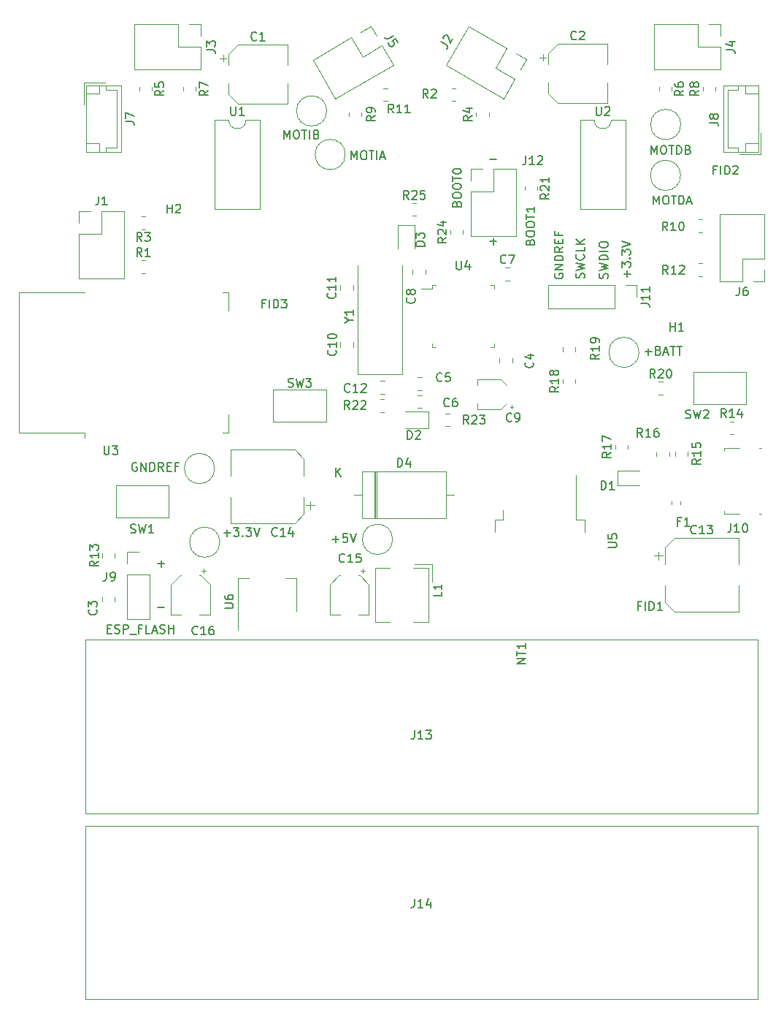
<source format=gbr>
%TF.GenerationSoftware,KiCad,Pcbnew,5.1.9*%
%TF.CreationDate,2021-04-09T15:13:00-03:00*%
%TF.ProjectId,Autito Microcontroladores,41757469-746f-4204-9d69-63726f636f6e,rev?*%
%TF.SameCoordinates,Original*%
%TF.FileFunction,Legend,Top*%
%TF.FilePolarity,Positive*%
%FSLAX46Y46*%
G04 Gerber Fmt 4.6, Leading zero omitted, Abs format (unit mm)*
G04 Created by KiCad (PCBNEW 5.1.9) date 2021-04-09 15:13:00*
%MOMM*%
%LPD*%
G01*
G04 APERTURE LIST*
%ADD10C,0.150000*%
%ADD11C,0.120000*%
G04 APERTURE END LIST*
D10*
X114352866Y-110494771D02*
X114686200Y-110494771D01*
X114829057Y-111018580D02*
X114352866Y-111018580D01*
X114352866Y-110018580D01*
X114829057Y-110018580D01*
X115210009Y-110970961D02*
X115352866Y-111018580D01*
X115590961Y-111018580D01*
X115686200Y-110970961D01*
X115733819Y-110923342D01*
X115781438Y-110828104D01*
X115781438Y-110732866D01*
X115733819Y-110637628D01*
X115686200Y-110590009D01*
X115590961Y-110542390D01*
X115400485Y-110494771D01*
X115305247Y-110447152D01*
X115257628Y-110399533D01*
X115210009Y-110304295D01*
X115210009Y-110209057D01*
X115257628Y-110113819D01*
X115305247Y-110066200D01*
X115400485Y-110018580D01*
X115638580Y-110018580D01*
X115781438Y-110066200D01*
X116210009Y-111018580D02*
X116210009Y-110018580D01*
X116590961Y-110018580D01*
X116686200Y-110066200D01*
X116733819Y-110113819D01*
X116781438Y-110209057D01*
X116781438Y-110351914D01*
X116733819Y-110447152D01*
X116686200Y-110494771D01*
X116590961Y-110542390D01*
X116210009Y-110542390D01*
X116971914Y-111113819D02*
X117733819Y-111113819D01*
X118305247Y-110494771D02*
X117971914Y-110494771D01*
X117971914Y-111018580D02*
X117971914Y-110018580D01*
X118448104Y-110018580D01*
X119305247Y-111018580D02*
X118829057Y-111018580D01*
X118829057Y-110018580D01*
X119590961Y-110732866D02*
X120067152Y-110732866D01*
X119495723Y-111018580D02*
X119829057Y-110018580D01*
X120162390Y-111018580D01*
X120448104Y-110970961D02*
X120590961Y-111018580D01*
X120829057Y-111018580D01*
X120924295Y-110970961D01*
X120971914Y-110923342D01*
X121019533Y-110828104D01*
X121019533Y-110732866D01*
X120971914Y-110637628D01*
X120924295Y-110590009D01*
X120829057Y-110542390D01*
X120638580Y-110494771D01*
X120543342Y-110447152D01*
X120495723Y-110399533D01*
X120448104Y-110304295D01*
X120448104Y-110209057D01*
X120495723Y-110113819D01*
X120543342Y-110066200D01*
X120638580Y-110018580D01*
X120876676Y-110018580D01*
X121019533Y-110066200D01*
X121448104Y-111018580D02*
X121448104Y-110018580D01*
X121448104Y-110494771D02*
X122019533Y-110494771D01*
X122019533Y-111018580D02*
X122019533Y-110018580D01*
X120218247Y-102941428D02*
X120980152Y-102941428D01*
X120599200Y-103322380D02*
X120599200Y-102560476D01*
X120192847Y-108046828D02*
X120954752Y-108046828D01*
X158699247Y-56078428D02*
X159461152Y-56078428D01*
X158750047Y-65628828D02*
X159511952Y-65628828D01*
X159131000Y-66009780D02*
X159131000Y-65247876D01*
X154893971Y-61243933D02*
X154941590Y-61101076D01*
X154989209Y-61053457D01*
X155084447Y-61005838D01*
X155227304Y-61005838D01*
X155322542Y-61053457D01*
X155370161Y-61101076D01*
X155417780Y-61196314D01*
X155417780Y-61577266D01*
X154417780Y-61577266D01*
X154417780Y-61243933D01*
X154465400Y-61148695D01*
X154513019Y-61101076D01*
X154608257Y-61053457D01*
X154703495Y-61053457D01*
X154798733Y-61101076D01*
X154846352Y-61148695D01*
X154893971Y-61243933D01*
X154893971Y-61577266D01*
X154417780Y-60386790D02*
X154417780Y-60196314D01*
X154465400Y-60101076D01*
X154560638Y-60005838D01*
X154751114Y-59958219D01*
X155084447Y-59958219D01*
X155274923Y-60005838D01*
X155370161Y-60101076D01*
X155417780Y-60196314D01*
X155417780Y-60386790D01*
X155370161Y-60482028D01*
X155274923Y-60577266D01*
X155084447Y-60624885D01*
X154751114Y-60624885D01*
X154560638Y-60577266D01*
X154465400Y-60482028D01*
X154417780Y-60386790D01*
X154417780Y-59339171D02*
X154417780Y-59148695D01*
X154465400Y-59053457D01*
X154560638Y-58958219D01*
X154751114Y-58910600D01*
X155084447Y-58910600D01*
X155274923Y-58958219D01*
X155370161Y-59053457D01*
X155417780Y-59148695D01*
X155417780Y-59339171D01*
X155370161Y-59434409D01*
X155274923Y-59529647D01*
X155084447Y-59577266D01*
X154751114Y-59577266D01*
X154560638Y-59529647D01*
X154465400Y-59434409D01*
X154417780Y-59339171D01*
X154417780Y-58624885D02*
X154417780Y-58053457D01*
X155417780Y-58339171D02*
X154417780Y-58339171D01*
X154417780Y-57529647D02*
X154417780Y-57434409D01*
X154465400Y-57339171D01*
X154513019Y-57291552D01*
X154608257Y-57243933D01*
X154798733Y-57196314D01*
X155036828Y-57196314D01*
X155227304Y-57243933D01*
X155322542Y-57291552D01*
X155370161Y-57339171D01*
X155417780Y-57434409D01*
X155417780Y-57529647D01*
X155370161Y-57624885D01*
X155322542Y-57672504D01*
X155227304Y-57720123D01*
X155036828Y-57767742D01*
X154798733Y-57767742D01*
X154608257Y-57720123D01*
X154513019Y-57672504D01*
X154465400Y-57624885D01*
X154417780Y-57529647D01*
X163402971Y-65663533D02*
X163450590Y-65520676D01*
X163498209Y-65473057D01*
X163593447Y-65425438D01*
X163736304Y-65425438D01*
X163831542Y-65473057D01*
X163879161Y-65520676D01*
X163926780Y-65615914D01*
X163926780Y-65996866D01*
X162926780Y-65996866D01*
X162926780Y-65663533D01*
X162974400Y-65568295D01*
X163022019Y-65520676D01*
X163117257Y-65473057D01*
X163212495Y-65473057D01*
X163307733Y-65520676D01*
X163355352Y-65568295D01*
X163402971Y-65663533D01*
X163402971Y-65996866D01*
X162926780Y-64806390D02*
X162926780Y-64615914D01*
X162974400Y-64520676D01*
X163069638Y-64425438D01*
X163260114Y-64377819D01*
X163593447Y-64377819D01*
X163783923Y-64425438D01*
X163879161Y-64520676D01*
X163926780Y-64615914D01*
X163926780Y-64806390D01*
X163879161Y-64901628D01*
X163783923Y-64996866D01*
X163593447Y-65044485D01*
X163260114Y-65044485D01*
X163069638Y-64996866D01*
X162974400Y-64901628D01*
X162926780Y-64806390D01*
X162926780Y-63758771D02*
X162926780Y-63568295D01*
X162974400Y-63473057D01*
X163069638Y-63377819D01*
X163260114Y-63330200D01*
X163593447Y-63330200D01*
X163783923Y-63377819D01*
X163879161Y-63473057D01*
X163926780Y-63568295D01*
X163926780Y-63758771D01*
X163879161Y-63854009D01*
X163783923Y-63949247D01*
X163593447Y-63996866D01*
X163260114Y-63996866D01*
X163069638Y-63949247D01*
X162974400Y-63854009D01*
X162926780Y-63758771D01*
X162926780Y-63044485D02*
X162926780Y-62473057D01*
X163926780Y-62758771D02*
X162926780Y-62758771D01*
X163926780Y-61615914D02*
X163926780Y-62187342D01*
X163926780Y-61901628D02*
X162926780Y-61901628D01*
X163069638Y-61996866D01*
X163164876Y-62092104D01*
X163212495Y-62187342D01*
X174645628Y-69741800D02*
X174645628Y-68979895D01*
X175026580Y-69360847D02*
X174264676Y-69360847D01*
X174026580Y-68598942D02*
X174026580Y-67979895D01*
X174407533Y-68313228D01*
X174407533Y-68170371D01*
X174455152Y-68075133D01*
X174502771Y-68027514D01*
X174598009Y-67979895D01*
X174836104Y-67979895D01*
X174931342Y-68027514D01*
X174978961Y-68075133D01*
X175026580Y-68170371D01*
X175026580Y-68456085D01*
X174978961Y-68551323D01*
X174931342Y-68598942D01*
X174931342Y-67551323D02*
X174978961Y-67503704D01*
X175026580Y-67551323D01*
X174978961Y-67598942D01*
X174931342Y-67551323D01*
X175026580Y-67551323D01*
X174026580Y-67170371D02*
X174026580Y-66551323D01*
X174407533Y-66884657D01*
X174407533Y-66741800D01*
X174455152Y-66646561D01*
X174502771Y-66598942D01*
X174598009Y-66551323D01*
X174836104Y-66551323D01*
X174931342Y-66598942D01*
X174978961Y-66646561D01*
X175026580Y-66741800D01*
X175026580Y-67027514D01*
X174978961Y-67122752D01*
X174931342Y-67170371D01*
X174026580Y-66265609D02*
X175026580Y-65932276D01*
X174026580Y-65598942D01*
X172362761Y-69886247D02*
X172410380Y-69743390D01*
X172410380Y-69505295D01*
X172362761Y-69410057D01*
X172315142Y-69362438D01*
X172219904Y-69314819D01*
X172124666Y-69314819D01*
X172029428Y-69362438D01*
X171981809Y-69410057D01*
X171934190Y-69505295D01*
X171886571Y-69695771D01*
X171838952Y-69791009D01*
X171791333Y-69838628D01*
X171696095Y-69886247D01*
X171600857Y-69886247D01*
X171505619Y-69838628D01*
X171458000Y-69791009D01*
X171410380Y-69695771D01*
X171410380Y-69457676D01*
X171458000Y-69314819D01*
X171410380Y-68981485D02*
X172410380Y-68743390D01*
X171696095Y-68552914D01*
X172410380Y-68362438D01*
X171410380Y-68124342D01*
X172410380Y-67743390D02*
X171410380Y-67743390D01*
X171410380Y-67505295D01*
X171458000Y-67362438D01*
X171553238Y-67267200D01*
X171648476Y-67219580D01*
X171838952Y-67171961D01*
X171981809Y-67171961D01*
X172172285Y-67219580D01*
X172267523Y-67267200D01*
X172362761Y-67362438D01*
X172410380Y-67505295D01*
X172410380Y-67743390D01*
X172410380Y-66743390D02*
X171410380Y-66743390D01*
X171410380Y-66076723D02*
X171410380Y-65886247D01*
X171458000Y-65791009D01*
X171553238Y-65695771D01*
X171743714Y-65648152D01*
X172077047Y-65648152D01*
X172267523Y-65695771D01*
X172362761Y-65791009D01*
X172410380Y-65886247D01*
X172410380Y-66076723D01*
X172362761Y-66171961D01*
X172267523Y-66267200D01*
X172077047Y-66314819D01*
X171743714Y-66314819D01*
X171553238Y-66267200D01*
X171458000Y-66171961D01*
X171410380Y-66076723D01*
X169644961Y-69851304D02*
X169692580Y-69708447D01*
X169692580Y-69470352D01*
X169644961Y-69375114D01*
X169597342Y-69327495D01*
X169502104Y-69279876D01*
X169406866Y-69279876D01*
X169311628Y-69327495D01*
X169264009Y-69375114D01*
X169216390Y-69470352D01*
X169168771Y-69660828D01*
X169121152Y-69756066D01*
X169073533Y-69803685D01*
X168978295Y-69851304D01*
X168883057Y-69851304D01*
X168787819Y-69803685D01*
X168740200Y-69756066D01*
X168692580Y-69660828D01*
X168692580Y-69422733D01*
X168740200Y-69279876D01*
X168692580Y-68946542D02*
X169692580Y-68708447D01*
X168978295Y-68517971D01*
X169692580Y-68327495D01*
X168692580Y-68089400D01*
X169597342Y-67137019D02*
X169644961Y-67184638D01*
X169692580Y-67327495D01*
X169692580Y-67422733D01*
X169644961Y-67565590D01*
X169549723Y-67660828D01*
X169454485Y-67708447D01*
X169264009Y-67756066D01*
X169121152Y-67756066D01*
X168930676Y-67708447D01*
X168835438Y-67660828D01*
X168740200Y-67565590D01*
X168692580Y-67422733D01*
X168692580Y-67327495D01*
X168740200Y-67184638D01*
X168787819Y-67137019D01*
X169692580Y-66232257D02*
X169692580Y-66708447D01*
X168692580Y-66708447D01*
X169692580Y-65898923D02*
X168692580Y-65898923D01*
X169692580Y-65327495D02*
X169121152Y-65756066D01*
X168692580Y-65327495D02*
X169264009Y-65898923D01*
X166276400Y-69351257D02*
X166228780Y-69446495D01*
X166228780Y-69589352D01*
X166276400Y-69732209D01*
X166371638Y-69827447D01*
X166466876Y-69875066D01*
X166657352Y-69922685D01*
X166800209Y-69922685D01*
X166990685Y-69875066D01*
X167085923Y-69827447D01*
X167181161Y-69732209D01*
X167228780Y-69589352D01*
X167228780Y-69494114D01*
X167181161Y-69351257D01*
X167133542Y-69303638D01*
X166800209Y-69303638D01*
X166800209Y-69494114D01*
X167228780Y-68875066D02*
X166228780Y-68875066D01*
X167228780Y-68303638D01*
X166228780Y-68303638D01*
X167228780Y-67827447D02*
X166228780Y-67827447D01*
X166228780Y-67589352D01*
X166276400Y-67446495D01*
X166371638Y-67351257D01*
X166466876Y-67303638D01*
X166657352Y-67256019D01*
X166800209Y-67256019D01*
X166990685Y-67303638D01*
X167085923Y-67351257D01*
X167181161Y-67446495D01*
X167228780Y-67589352D01*
X167228780Y-67827447D01*
X167228780Y-66256019D02*
X166752590Y-66589352D01*
X167228780Y-66827447D02*
X166228780Y-66827447D01*
X166228780Y-66446495D01*
X166276400Y-66351257D01*
X166324019Y-66303638D01*
X166419257Y-66256019D01*
X166562114Y-66256019D01*
X166657352Y-66303638D01*
X166704971Y-66351257D01*
X166752590Y-66446495D01*
X166752590Y-66827447D01*
X166704971Y-65827447D02*
X166704971Y-65494114D01*
X167228780Y-65351257D02*
X167228780Y-65827447D01*
X166228780Y-65827447D01*
X166228780Y-65351257D01*
X166704971Y-64589352D02*
X166704971Y-64922685D01*
X167228780Y-64922685D02*
X166228780Y-64922685D01*
X166228780Y-64446495D01*
D11*
%TO.C,C1*%
X135236000Y-49658320D02*
X135236000Y-47308320D01*
X135236000Y-42838320D02*
X135236000Y-45188320D01*
X129480437Y-42838320D02*
X135236000Y-42838320D01*
X129480437Y-49658320D02*
X135236000Y-49658320D01*
X128416000Y-48593883D02*
X128416000Y-47308320D01*
X128416000Y-43902757D02*
X128416000Y-45188320D01*
X128416000Y-43902757D02*
X129480437Y-42838320D01*
X128416000Y-48593883D02*
X129480437Y-49658320D01*
X127388500Y-44400820D02*
X128176000Y-44400820D01*
X127782250Y-44007070D02*
X127782250Y-44794570D01*
%TO.C,C2*%
X164866250Y-43910550D02*
X164866250Y-44698050D01*
X164472500Y-44304300D02*
X165260000Y-44304300D01*
X165500000Y-48497363D02*
X166564437Y-49561800D01*
X165500000Y-43806237D02*
X166564437Y-42741800D01*
X165500000Y-43806237D02*
X165500000Y-45091800D01*
X165500000Y-48497363D02*
X165500000Y-47211800D01*
X166564437Y-49561800D02*
X172320000Y-49561800D01*
X166564437Y-42741800D02*
X172320000Y-42741800D01*
X172320000Y-42741800D02*
X172320000Y-45091800D01*
X172320000Y-49561800D02*
X172320000Y-47211800D01*
%TO.C,C3*%
X115238200Y-106789548D02*
X115238200Y-107312052D01*
X113768200Y-106789548D02*
X113768200Y-107312052D01*
%TO.C,C4*%
X159843800Y-79120848D02*
X159843800Y-79643352D01*
X161313800Y-79120848D02*
X161313800Y-79643352D01*
%TO.C,C5*%
X150825352Y-82827800D02*
X150302848Y-82827800D01*
X150825352Y-81357800D02*
X150302848Y-81357800D01*
%TO.C,C6*%
X150825352Y-84936000D02*
X150302848Y-84936000D01*
X150825352Y-83466000D02*
X150302848Y-83466000D01*
%TO.C,C7*%
X160477048Y-68657800D02*
X160999552Y-68657800D01*
X160477048Y-70127800D02*
X160999552Y-70127800D01*
%TO.C,C8*%
X151255400Y-69418352D02*
X151255400Y-68895848D01*
X149785400Y-69418352D02*
X149785400Y-68895848D01*
%TO.C,C9*%
X157320200Y-81577400D02*
X157320200Y-82277400D01*
X157320200Y-85097400D02*
X157320200Y-84397400D01*
X159950763Y-85097400D02*
X157320200Y-85097400D01*
X159950763Y-81577400D02*
X157320200Y-81577400D01*
X160650763Y-84397400D02*
X159950763Y-85097400D01*
X160650763Y-82277400D02*
X159950763Y-81577400D01*
X161455200Y-84772400D02*
X161080200Y-84772400D01*
X161267700Y-84959900D02*
X161267700Y-84584900D01*
%TO.C,C10*%
X142873400Y-77830852D02*
X142873400Y-77308348D01*
X141403400Y-77830852D02*
X141403400Y-77308348D01*
%TO.C,C11*%
X142873400Y-70708348D02*
X142873400Y-71230852D01*
X141403400Y-70708348D02*
X141403400Y-71230852D01*
%TO.C,C12*%
X146007148Y-83259600D02*
X146529652Y-83259600D01*
X146007148Y-81789600D02*
X146529652Y-81789600D01*
%TO.C,C13*%
X187567600Y-108501600D02*
X187567600Y-105451600D01*
X187567600Y-99981600D02*
X187567600Y-103031600D01*
X180112037Y-99981600D02*
X187567600Y-99981600D01*
X180112037Y-108501600D02*
X187567600Y-108501600D01*
X179047600Y-107437163D02*
X179047600Y-105451600D01*
X179047600Y-101046037D02*
X179047600Y-103031600D01*
X179047600Y-101046037D02*
X180112037Y-99981600D01*
X179047600Y-107437163D02*
X180112037Y-108501600D01*
X177807600Y-102031600D02*
X178807600Y-102031600D01*
X178307600Y-101531600D02*
X178307600Y-102531600D01*
%TO.C,C14*%
X137892800Y-96690000D02*
X137892800Y-95690000D01*
X138392800Y-96190000D02*
X137392800Y-96190000D01*
X137152800Y-90784437D02*
X136088363Y-89720000D01*
X137152800Y-97175563D02*
X136088363Y-98240000D01*
X137152800Y-97175563D02*
X137152800Y-95190000D01*
X137152800Y-90784437D02*
X137152800Y-92770000D01*
X136088363Y-89720000D02*
X128632800Y-89720000D01*
X136088363Y-98240000D02*
X128632800Y-98240000D01*
X128632800Y-98240000D02*
X128632800Y-95190000D01*
X128632800Y-89720000D02*
X128632800Y-92770000D01*
%TO.C,C15*%
X140157800Y-108813000D02*
X141357800Y-108813000D01*
X144677800Y-108813000D02*
X143477800Y-108813000D01*
X144677800Y-105357437D02*
X144677800Y-108813000D01*
X140157800Y-105357437D02*
X140157800Y-108813000D01*
X141222237Y-104293000D02*
X141357800Y-104293000D01*
X143613363Y-104293000D02*
X143477800Y-104293000D01*
X143613363Y-104293000D02*
X144677800Y-105357437D01*
X141222237Y-104293000D02*
X140157800Y-105357437D01*
X143977800Y-103553000D02*
X143977800Y-104053000D01*
X144227800Y-103803000D02*
X143727800Y-103803000D01*
%TO.C,C16*%
X125812800Y-103803000D02*
X125312800Y-103803000D01*
X125562800Y-103553000D02*
X125562800Y-104053000D01*
X122807237Y-104293000D02*
X121742800Y-105357437D01*
X125198363Y-104293000D02*
X126262800Y-105357437D01*
X125198363Y-104293000D02*
X125062800Y-104293000D01*
X122807237Y-104293000D02*
X122942800Y-104293000D01*
X121742800Y-105357437D02*
X121742800Y-108813000D01*
X126262800Y-105357437D02*
X126262800Y-108813000D01*
X126262800Y-108813000D02*
X125062800Y-108813000D01*
X121742800Y-108813000D02*
X122942800Y-108813000D01*
%TO.C,D1*%
X173531400Y-92190200D02*
X173531400Y-93890200D01*
X173531400Y-93890200D02*
X176081400Y-93890200D01*
X173531400Y-92190200D02*
X176081400Y-92190200D01*
%TO.C,D2*%
X151568100Y-85323800D02*
X148883100Y-85323800D01*
X151568100Y-87243800D02*
X151568100Y-85323800D01*
X148883100Y-87243800D02*
X151568100Y-87243800D01*
%TO.C,D3*%
X150007200Y-66407300D02*
X150007200Y-63722300D01*
X150007200Y-63722300D02*
X148087200Y-63722300D01*
X148087200Y-63722300D02*
X148087200Y-66407300D01*
%TO.C,D4*%
X143897800Y-92270000D02*
X143897800Y-97710000D01*
X143897800Y-97710000D02*
X153637800Y-97710000D01*
X153637800Y-97710000D02*
X153637800Y-92270000D01*
X153637800Y-92270000D02*
X143897800Y-92270000D01*
X142987800Y-94990000D02*
X143897800Y-94990000D01*
X154547800Y-94990000D02*
X153637800Y-94990000D01*
X145442800Y-92270000D02*
X145442800Y-97710000D01*
X145562800Y-92270000D02*
X145562800Y-97710000D01*
X145322800Y-92270000D02*
X145322800Y-97710000D01*
%TO.C,F1*%
X180799200Y-95747621D02*
X180799200Y-96073179D01*
X179779200Y-95747621D02*
X179779200Y-96073179D01*
%TO.C,J7*%
X115933800Y-47529600D02*
X111913800Y-47529600D01*
X111913800Y-47529600D02*
X111913800Y-55249600D01*
X111913800Y-55249600D02*
X115933800Y-55249600D01*
X115933800Y-55249600D02*
X115933800Y-47529600D01*
X114223800Y-47529600D02*
X114223800Y-48029600D01*
X114223800Y-48029600D02*
X115433800Y-48029600D01*
X115433800Y-48029600D02*
X115433800Y-54749600D01*
X115433800Y-54749600D02*
X114223800Y-54749600D01*
X114223800Y-54749600D02*
X114223800Y-55249600D01*
X113413800Y-47529600D02*
X113413800Y-48529600D01*
X113413800Y-48529600D02*
X111913800Y-48529600D01*
X113413800Y-55249600D02*
X113413800Y-54249600D01*
X113413800Y-54249600D02*
X111913800Y-54249600D01*
X114113800Y-47229600D02*
X111613800Y-47229600D01*
X111613800Y-47229600D02*
X111613800Y-49729600D01*
%TO.C,J8*%
X190138200Y-55549600D02*
X190138200Y-53049600D01*
X187638200Y-55549600D02*
X190138200Y-55549600D01*
X188338200Y-48529600D02*
X189838200Y-48529600D01*
X188338200Y-47529600D02*
X188338200Y-48529600D01*
X188338200Y-54249600D02*
X189838200Y-54249600D01*
X188338200Y-55249600D02*
X188338200Y-54249600D01*
X187528200Y-48029600D02*
X187528200Y-47529600D01*
X186318200Y-48029600D02*
X187528200Y-48029600D01*
X186318200Y-54749600D02*
X186318200Y-48029600D01*
X187528200Y-54749600D02*
X186318200Y-54749600D01*
X187528200Y-55249600D02*
X187528200Y-54749600D01*
X185818200Y-47529600D02*
X185818200Y-55249600D01*
X189838200Y-47529600D02*
X185818200Y-47529600D01*
X189838200Y-55249600D02*
X189838200Y-47529600D01*
X185818200Y-55249600D02*
X189838200Y-55249600D01*
%TO.C,J9*%
X116627600Y-109330800D02*
X119287600Y-109330800D01*
X116627600Y-104190800D02*
X116627600Y-109330800D01*
X119287600Y-104190800D02*
X119287600Y-109330800D01*
X116627600Y-104190800D02*
X119287600Y-104190800D01*
X116627600Y-102920800D02*
X116627600Y-101590800D01*
X116627600Y-101590800D02*
X117957600Y-101590800D01*
%TO.C,J10*%
X185909640Y-89550240D02*
X185909640Y-89930240D01*
X189959640Y-89550240D02*
X190219640Y-89550240D01*
X185909640Y-89550240D02*
X187679640Y-89550240D01*
X185909640Y-97170240D02*
X185909640Y-96790240D01*
X187679640Y-97170240D02*
X185909640Y-97170240D01*
X190219640Y-97170240D02*
X189959640Y-97170240D01*
%TO.C,J11*%
X165497200Y-70689600D02*
X165497200Y-73349600D01*
X173177200Y-70689600D02*
X165497200Y-70689600D01*
X173177200Y-73349600D02*
X165497200Y-73349600D01*
X173177200Y-70689600D02*
X173177200Y-73349600D01*
X174447200Y-70689600D02*
X175777200Y-70689600D01*
X175777200Y-70689600D02*
X175777200Y-72019600D01*
%TO.C,J12*%
X156556400Y-64957000D02*
X161756400Y-64957000D01*
X156556400Y-59817000D02*
X156556400Y-64957000D01*
X161756400Y-57217000D02*
X161756400Y-64957000D01*
X156556400Y-59817000D02*
X159156400Y-59817000D01*
X159156400Y-59817000D02*
X159156400Y-57217000D01*
X159156400Y-57217000D02*
X161756400Y-57217000D01*
X156556400Y-58547000D02*
X156556400Y-57217000D01*
X156556400Y-57217000D02*
X157886400Y-57217000D01*
%TO.C,J13*%
X111782600Y-131868400D02*
X111782600Y-111768400D01*
X189782600Y-131868400D02*
X111782600Y-131868400D01*
X189782600Y-111768400D02*
X189782600Y-131868400D01*
X111782600Y-111768400D02*
X189782600Y-111768400D01*
%TO.C,J14*%
X189782600Y-153382200D02*
X111782600Y-153382200D01*
X111782600Y-153382200D02*
X111782600Y-133282200D01*
X111782600Y-133282200D02*
X189782600Y-133282200D01*
X189782600Y-133282200D02*
X189782600Y-153382200D01*
%TO.C,L1*%
X147163800Y-103433000D02*
X145393800Y-103433000D01*
X151633800Y-103433000D02*
X149863800Y-103433000D01*
X145393800Y-103433000D02*
X145393800Y-109673000D01*
X147163800Y-109673000D02*
X145393800Y-109673000D01*
X151633800Y-109673000D02*
X149863800Y-109673000D01*
X151633800Y-103433000D02*
X151633800Y-109673000D01*
X152013800Y-103053000D02*
X152013800Y-105053000D01*
X150013800Y-103053000D02*
X152013800Y-103053000D01*
%TO.C,R13*%
X113768200Y-102235364D02*
X113768200Y-101781236D01*
X115238200Y-102235364D02*
X115238200Y-101781236D01*
%TO.C,R14*%
X186541036Y-87933200D02*
X186995164Y-87933200D01*
X186541036Y-86463200D02*
X186995164Y-86463200D01*
%TO.C,R15*%
X181706200Y-89995636D02*
X181706200Y-90449764D01*
X180236200Y-89995636D02*
X180236200Y-90449764D01*
%TO.C,R16*%
X179525600Y-90021036D02*
X179525600Y-90475164D01*
X178055600Y-90021036D02*
X178055600Y-90475164D01*
%TO.C,R17*%
X173246400Y-89182836D02*
X173246400Y-89636964D01*
X174716400Y-89182836D02*
X174716400Y-89636964D01*
%TO.C,R18*%
X167155400Y-82038564D02*
X167155400Y-81584436D01*
X168625400Y-82038564D02*
X168625400Y-81584436D01*
%TO.C,R19*%
X168625400Y-78333964D02*
X168625400Y-77879836D01*
X167155400Y-78333964D02*
X167155400Y-77879836D01*
%TO.C,R20*%
X178311436Y-81865800D02*
X178765564Y-81865800D01*
X178311436Y-83335800D02*
X178765564Y-83335800D01*
%TO.C,R21*%
X162764800Y-59232436D02*
X162764800Y-59686564D01*
X164234800Y-59232436D02*
X164234800Y-59686564D01*
%TO.C,R22*%
X146457964Y-83897800D02*
X146003836Y-83897800D01*
X146457964Y-85367800D02*
X146003836Y-85367800D01*
%TO.C,R23*%
X153597236Y-87018800D02*
X154051364Y-87018800D01*
X153597236Y-85548800D02*
X154051364Y-85548800D01*
%TO.C,R24*%
X154140800Y-64766564D02*
X154140800Y-64312436D01*
X155610800Y-64766564D02*
X155610800Y-64312436D01*
%TO.C,R25*%
X149732636Y-61190200D02*
X150186764Y-61190200D01*
X149732636Y-62660200D02*
X150186764Y-62660200D01*
%TO.C,SW1*%
X121463200Y-93908000D02*
X121463200Y-97608000D01*
X115343200Y-93908000D02*
X121463200Y-93908000D01*
X115343200Y-97608000D02*
X115343200Y-93908000D01*
X121463200Y-97608000D02*
X115343200Y-97608000D01*
%TO.C,SW2*%
X188429200Y-84450800D02*
X182309200Y-84450800D01*
X182309200Y-84450800D02*
X182309200Y-80750800D01*
X182309200Y-80750800D02*
X188429200Y-80750800D01*
X188429200Y-80750800D02*
X188429200Y-84450800D01*
%TO.C,SW3*%
X133617400Y-82782800D02*
X139737400Y-82782800D01*
X139737400Y-82782800D02*
X139737400Y-86482800D01*
X139737400Y-86482800D02*
X133617400Y-86482800D01*
X133617400Y-86482800D02*
X133617400Y-82782800D01*
%TO.C,U1*%
X128438400Y-51552800D02*
X126788400Y-51552800D01*
X126788400Y-51552800D02*
X126788400Y-61832800D01*
X126788400Y-61832800D02*
X132088400Y-61832800D01*
X132088400Y-61832800D02*
X132088400Y-51552800D01*
X132088400Y-51552800D02*
X130438400Y-51552800D01*
X130438400Y-51552800D02*
G75*
G02*
X128438400Y-51552800I-1000000J0D01*
G01*
%TO.C,U2*%
X174481000Y-51552800D02*
X172831000Y-51552800D01*
X174481000Y-61832800D02*
X174481000Y-51552800D01*
X169181000Y-61832800D02*
X174481000Y-61832800D01*
X169181000Y-51552800D02*
X169181000Y-61832800D01*
X170831000Y-51552800D02*
X169181000Y-51552800D01*
X172831000Y-51552800D02*
G75*
G02*
X170831000Y-51552800I-1000000J0D01*
G01*
%TO.C,U3*%
X104135800Y-87749000D02*
X104135800Y-71509000D01*
X104135800Y-71509000D02*
X111755800Y-71509000D01*
X127755800Y-71509000D02*
X128375800Y-71509000D01*
X128375800Y-71509000D02*
X128375800Y-73629000D01*
X128375800Y-85629000D02*
X128375800Y-87749000D01*
X128375800Y-87749000D02*
X127755800Y-87749000D01*
X111755800Y-87749000D02*
X104135800Y-87749000D01*
X111755800Y-87749000D02*
X111755800Y-88359000D01*
%TO.C,U4*%
X158785800Y-77879600D02*
X159235800Y-77879600D01*
X159235800Y-77879600D02*
X159235800Y-77429600D01*
X152465800Y-77879600D02*
X152015800Y-77879600D01*
X152015800Y-77879600D02*
X152015800Y-77429600D01*
X158785800Y-70659600D02*
X159235800Y-70659600D01*
X159235800Y-70659600D02*
X159235800Y-71109600D01*
X152465800Y-70659600D02*
X152015800Y-70659600D01*
X152015800Y-70659600D02*
X152015800Y-71109600D01*
X152015800Y-71109600D02*
X150725800Y-71109600D01*
%TO.C,U5*%
X169690400Y-99315000D02*
X169690400Y-97815000D01*
X169690400Y-97815000D02*
X168740400Y-97815000D01*
X168740400Y-97815000D02*
X168740400Y-92690000D01*
X159290400Y-99315000D02*
X159290400Y-97815000D01*
X159290400Y-97815000D02*
X160240400Y-97815000D01*
X160240400Y-97815000D02*
X160240400Y-96715000D01*
%TO.C,U6*%
X129482800Y-110653000D02*
X129482800Y-104643000D01*
X136302800Y-108403000D02*
X136302800Y-104643000D01*
X129482800Y-104643000D02*
X130742800Y-104643000D01*
X136302800Y-104643000D02*
X135042800Y-104643000D01*
%TO.C,Y1*%
X143423800Y-68369600D02*
X143423800Y-80969600D01*
X143423800Y-80969600D02*
X148523800Y-80969600D01*
X148523800Y-80969600D02*
X148523800Y-68369600D01*
%TO.C,J1*%
X111075160Y-62154760D02*
X112405160Y-62154760D01*
X111075160Y-69894760D02*
X116275160Y-69894760D01*
X111075160Y-64754760D02*
X111075160Y-69894760D01*
X116275160Y-62154760D02*
X116275160Y-69894760D01*
X113675160Y-62154760D02*
X116275160Y-62154760D01*
X113675160Y-64754760D02*
X113675160Y-62154760D01*
X111075160Y-64754760D02*
X113675160Y-64754760D01*
X111075160Y-63484760D02*
X111075160Y-62154760D01*
%TO.C,J2*%
X162933001Y-44537434D02*
X162268001Y-45689248D01*
X156229965Y-40667434D02*
X153629965Y-45170766D01*
X160681335Y-43237434D02*
X156229965Y-40667434D01*
X160333001Y-49040766D02*
X153629965Y-45170766D01*
X161633001Y-46789100D02*
X160333001Y-49040766D01*
X159381335Y-45489100D02*
X161633001Y-46789100D01*
X160681335Y-43237434D02*
X159381335Y-45489100D01*
X161781187Y-43872434D02*
X162933001Y-44537434D01*
%TO.C,J3*%
X123875800Y-40478400D02*
X125205800Y-40478400D01*
X122605800Y-40478400D02*
X122605800Y-43078400D01*
X122605800Y-43078400D02*
X125205800Y-43078400D01*
X125205800Y-43078400D02*
X125205800Y-45678400D01*
X125205800Y-45678400D02*
X117465800Y-45678400D01*
X122605800Y-40478400D02*
X117465800Y-40478400D01*
X117465800Y-40478400D02*
X117465800Y-45678400D01*
X125205800Y-40478400D02*
X125205800Y-41808400D01*
%TO.C,J4*%
X185480000Y-40478400D02*
X185480000Y-41808400D01*
X177740000Y-40478400D02*
X177740000Y-45678400D01*
X182880000Y-40478400D02*
X177740000Y-40478400D01*
X185480000Y-45678400D02*
X177740000Y-45678400D01*
X185480000Y-43078400D02*
X185480000Y-45678400D01*
X182880000Y-43078400D02*
X185480000Y-43078400D01*
X182880000Y-40478400D02*
X182880000Y-43078400D01*
X184150000Y-40478400D02*
X185480000Y-40478400D01*
%TO.C,J5*%
X144915201Y-40682434D02*
X145580201Y-41834248D01*
X138212165Y-44552434D02*
X140812165Y-49055766D01*
X142663535Y-41982434D02*
X138212165Y-44552434D01*
X147515201Y-45185766D02*
X140812165Y-49055766D01*
X146215201Y-42934100D02*
X147515201Y-45185766D01*
X143963535Y-44234100D02*
X146215201Y-42934100D01*
X142663535Y-41982434D02*
X143963535Y-44234100D01*
X143763387Y-41347434D02*
X144915201Y-40682434D01*
%TO.C,R1*%
X118311556Y-69299760D02*
X118765684Y-69299760D01*
X118311556Y-67829760D02*
X118765684Y-67829760D01*
%TO.C,R2*%
X154761342Y-49325200D02*
X154307214Y-49325200D01*
X154761342Y-47855200D02*
X154307214Y-47855200D01*
%TO.C,R3*%
X118765684Y-64219760D02*
X118311556Y-64219760D01*
X118765684Y-62749760D02*
X118311556Y-62749760D01*
%TO.C,R4*%
X157126000Y-51126764D02*
X157126000Y-50672636D01*
X158596000Y-51126764D02*
X158596000Y-50672636D01*
%TO.C,R5*%
X119530800Y-47730036D02*
X119530800Y-48184164D01*
X118060800Y-47730036D02*
X118060800Y-48184164D01*
%TO.C,R6*%
X178335000Y-47730036D02*
X178335000Y-48184164D01*
X179805000Y-47730036D02*
X179805000Y-48184164D01*
%TO.C,R7*%
X124610800Y-48184164D02*
X124610800Y-47730036D01*
X123140800Y-48184164D02*
X123140800Y-47730036D01*
%TO.C,R8*%
X184885000Y-48184164D02*
X184885000Y-47730036D01*
X183415000Y-48184164D02*
X183415000Y-47730036D01*
%TO.C,R9*%
X143813200Y-50672636D02*
X143813200Y-51126764D01*
X142343200Y-50672636D02*
X142343200Y-51126764D01*
%TO.C,R11*%
X146837951Y-47855200D02*
X146383823Y-47855200D01*
X146837951Y-49325200D02*
X146383823Y-49325200D01*
%TO.C,R12*%
X182929156Y-68159759D02*
X183383284Y-68159759D01*
X182929156Y-69629759D02*
X183383284Y-69629759D01*
%TO.C,J6*%
X190595560Y-70224759D02*
X189265560Y-70224759D01*
X190595560Y-62484759D02*
X185395560Y-62484759D01*
X190595560Y-67624759D02*
X190595560Y-62484759D01*
X185395560Y-70224759D02*
X185395560Y-62484759D01*
X187995560Y-70224759D02*
X185395560Y-70224759D01*
X187995560Y-67624759D02*
X187995560Y-70224759D01*
X190595560Y-67624759D02*
X187995560Y-67624759D01*
X190595560Y-68894759D02*
X190595560Y-70224759D01*
%TO.C,R10*%
X183383284Y-64549759D02*
X182929156Y-64549759D01*
X183383284Y-63079759D02*
X182929156Y-63079759D01*
%TO.C,+3.3V*%
X127403800Y-100457000D02*
G75*
G03*
X127403800Y-100457000I-1750000J0D01*
G01*
%TO.C,MOTDA*%
X180845400Y-57962800D02*
G75*
G03*
X180845400Y-57962800I-1750000J0D01*
G01*
%TO.C,+5V*%
X147444400Y-100126800D02*
G75*
G03*
X147444400Y-100126800I-1750000J0D01*
G01*
%TO.C,MOTDB*%
X180870800Y-52070000D02*
G75*
G03*
X180870800Y-52070000I-1750000J0D01*
G01*
%TO.C,+BATT*%
X176019400Y-78460600D02*
G75*
G03*
X176019400Y-78460600I-1750000J0D01*
G01*
%TO.C,MOTIA*%
X141958000Y-55549800D02*
G75*
G03*
X141958000Y-55549800I-1750000J0D01*
G01*
%TO.C,GNDREF*%
X126794200Y-91922600D02*
G75*
G03*
X126794200Y-91922600I-1750000J0D01*
G01*
%TO.C,MOTIB*%
X139799000Y-50495200D02*
G75*
G03*
X139799000Y-50495200I-1750000J0D01*
G01*
%TO.C,C1*%
D10*
X131659333Y-42255462D02*
X131611714Y-42303081D01*
X131468857Y-42350700D01*
X131373619Y-42350700D01*
X131230761Y-42303081D01*
X131135523Y-42207843D01*
X131087904Y-42112605D01*
X131040285Y-41922129D01*
X131040285Y-41779272D01*
X131087904Y-41588796D01*
X131135523Y-41493558D01*
X131230761Y-41398320D01*
X131373619Y-41350700D01*
X131468857Y-41350700D01*
X131611714Y-41398320D01*
X131659333Y-41445939D01*
X132611714Y-42350700D02*
X132040285Y-42350700D01*
X132326000Y-42350700D02*
X132326000Y-41350700D01*
X132230761Y-41493558D01*
X132135523Y-41588796D01*
X132040285Y-41636415D01*
%TO.C,C2*%
X168743333Y-42158942D02*
X168695714Y-42206561D01*
X168552857Y-42254180D01*
X168457619Y-42254180D01*
X168314761Y-42206561D01*
X168219523Y-42111323D01*
X168171904Y-42016085D01*
X168124285Y-41825609D01*
X168124285Y-41682752D01*
X168171904Y-41492276D01*
X168219523Y-41397038D01*
X168314761Y-41301800D01*
X168457619Y-41254180D01*
X168552857Y-41254180D01*
X168695714Y-41301800D01*
X168743333Y-41349419D01*
X169124285Y-41349419D02*
X169171904Y-41301800D01*
X169267142Y-41254180D01*
X169505238Y-41254180D01*
X169600476Y-41301800D01*
X169648095Y-41349419D01*
X169695714Y-41444657D01*
X169695714Y-41539895D01*
X169648095Y-41682752D01*
X169076666Y-42254180D01*
X169695714Y-42254180D01*
%TO.C,C3*%
X113056942Y-108269066D02*
X113104561Y-108316685D01*
X113152180Y-108459542D01*
X113152180Y-108554780D01*
X113104561Y-108697638D01*
X113009323Y-108792876D01*
X112914085Y-108840495D01*
X112723609Y-108888114D01*
X112580752Y-108888114D01*
X112390276Y-108840495D01*
X112295038Y-108792876D01*
X112199800Y-108697638D01*
X112152180Y-108554780D01*
X112152180Y-108459542D01*
X112199800Y-108316685D01*
X112247419Y-108269066D01*
X112152180Y-107935733D02*
X112152180Y-107316685D01*
X112533133Y-107650019D01*
X112533133Y-107507161D01*
X112580752Y-107411923D01*
X112628371Y-107364304D01*
X112723609Y-107316685D01*
X112961704Y-107316685D01*
X113056942Y-107364304D01*
X113104561Y-107411923D01*
X113152180Y-107507161D01*
X113152180Y-107792876D01*
X113104561Y-107888114D01*
X113056942Y-107935733D01*
%TO.C,C4*%
X163704542Y-79617866D02*
X163752161Y-79665485D01*
X163799780Y-79808342D01*
X163799780Y-79903580D01*
X163752161Y-80046438D01*
X163656923Y-80141676D01*
X163561685Y-80189295D01*
X163371209Y-80236914D01*
X163228352Y-80236914D01*
X163037876Y-80189295D01*
X162942638Y-80141676D01*
X162847400Y-80046438D01*
X162799780Y-79903580D01*
X162799780Y-79808342D01*
X162847400Y-79665485D01*
X162895019Y-79617866D01*
X163133114Y-78760723D02*
X163799780Y-78760723D01*
X162752161Y-78998819D02*
X163466447Y-79236914D01*
X163466447Y-78617866D01*
%TO.C,C5*%
X153173133Y-81738742D02*
X153125514Y-81786361D01*
X152982657Y-81833980D01*
X152887419Y-81833980D01*
X152744561Y-81786361D01*
X152649323Y-81691123D01*
X152601704Y-81595885D01*
X152554085Y-81405409D01*
X152554085Y-81262552D01*
X152601704Y-81072076D01*
X152649323Y-80976838D01*
X152744561Y-80881600D01*
X152887419Y-80833980D01*
X152982657Y-80833980D01*
X153125514Y-80881600D01*
X153173133Y-80929219D01*
X154077895Y-80833980D02*
X153601704Y-80833980D01*
X153554085Y-81310171D01*
X153601704Y-81262552D01*
X153696942Y-81214933D01*
X153935038Y-81214933D01*
X154030276Y-81262552D01*
X154077895Y-81310171D01*
X154125514Y-81405409D01*
X154125514Y-81643504D01*
X154077895Y-81738742D01*
X154030276Y-81786361D01*
X153935038Y-81833980D01*
X153696942Y-81833980D01*
X153601704Y-81786361D01*
X153554085Y-81738742D01*
%TO.C,C6*%
X154011333Y-84659742D02*
X153963714Y-84707361D01*
X153820857Y-84754980D01*
X153725619Y-84754980D01*
X153582761Y-84707361D01*
X153487523Y-84612123D01*
X153439904Y-84516885D01*
X153392285Y-84326409D01*
X153392285Y-84183552D01*
X153439904Y-83993076D01*
X153487523Y-83897838D01*
X153582761Y-83802600D01*
X153725619Y-83754980D01*
X153820857Y-83754980D01*
X153963714Y-83802600D01*
X154011333Y-83850219D01*
X154868476Y-83754980D02*
X154678000Y-83754980D01*
X154582761Y-83802600D01*
X154535142Y-83850219D01*
X154439904Y-83993076D01*
X154392285Y-84183552D01*
X154392285Y-84564504D01*
X154439904Y-84659742D01*
X154487523Y-84707361D01*
X154582761Y-84754980D01*
X154773238Y-84754980D01*
X154868476Y-84707361D01*
X154916095Y-84659742D01*
X154963714Y-84564504D01*
X154963714Y-84326409D01*
X154916095Y-84231171D01*
X154868476Y-84183552D01*
X154773238Y-84135933D01*
X154582761Y-84135933D01*
X154487523Y-84183552D01*
X154439904Y-84231171D01*
X154392285Y-84326409D01*
%TO.C,C7*%
X160571633Y-68069942D02*
X160524014Y-68117561D01*
X160381157Y-68165180D01*
X160285919Y-68165180D01*
X160143061Y-68117561D01*
X160047823Y-68022323D01*
X160000204Y-67927085D01*
X159952585Y-67736609D01*
X159952585Y-67593752D01*
X160000204Y-67403276D01*
X160047823Y-67308038D01*
X160143061Y-67212800D01*
X160285919Y-67165180D01*
X160381157Y-67165180D01*
X160524014Y-67212800D01*
X160571633Y-67260419D01*
X160904966Y-67165180D02*
X161571633Y-67165180D01*
X161143061Y-68165180D01*
%TO.C,C8*%
X149963142Y-72150266D02*
X150010761Y-72197885D01*
X150058380Y-72340742D01*
X150058380Y-72435980D01*
X150010761Y-72578838D01*
X149915523Y-72674076D01*
X149820285Y-72721695D01*
X149629809Y-72769314D01*
X149486952Y-72769314D01*
X149296476Y-72721695D01*
X149201238Y-72674076D01*
X149106000Y-72578838D01*
X149058380Y-72435980D01*
X149058380Y-72340742D01*
X149106000Y-72197885D01*
X149153619Y-72150266D01*
X149486952Y-71578838D02*
X149439333Y-71674076D01*
X149391714Y-71721695D01*
X149296476Y-71769314D01*
X149248857Y-71769314D01*
X149153619Y-71721695D01*
X149106000Y-71674076D01*
X149058380Y-71578838D01*
X149058380Y-71388361D01*
X149106000Y-71293123D01*
X149153619Y-71245504D01*
X149248857Y-71197885D01*
X149296476Y-71197885D01*
X149391714Y-71245504D01*
X149439333Y-71293123D01*
X149486952Y-71388361D01*
X149486952Y-71578838D01*
X149534571Y-71674076D01*
X149582190Y-71721695D01*
X149677428Y-71769314D01*
X149867904Y-71769314D01*
X149963142Y-71721695D01*
X150010761Y-71674076D01*
X150058380Y-71578838D01*
X150058380Y-71388361D01*
X150010761Y-71293123D01*
X149963142Y-71245504D01*
X149867904Y-71197885D01*
X149677428Y-71197885D01*
X149582190Y-71245504D01*
X149534571Y-71293123D01*
X149486952Y-71388361D01*
%TO.C,C9*%
X161250333Y-86412342D02*
X161202714Y-86459961D01*
X161059857Y-86507580D01*
X160964619Y-86507580D01*
X160821761Y-86459961D01*
X160726523Y-86364723D01*
X160678904Y-86269485D01*
X160631285Y-86079009D01*
X160631285Y-85936152D01*
X160678904Y-85745676D01*
X160726523Y-85650438D01*
X160821761Y-85555200D01*
X160964619Y-85507580D01*
X161059857Y-85507580D01*
X161202714Y-85555200D01*
X161250333Y-85602819D01*
X161726523Y-86507580D02*
X161917000Y-86507580D01*
X162012238Y-86459961D01*
X162059857Y-86412342D01*
X162155095Y-86269485D01*
X162202714Y-86079009D01*
X162202714Y-85698057D01*
X162155095Y-85602819D01*
X162107476Y-85555200D01*
X162012238Y-85507580D01*
X161821761Y-85507580D01*
X161726523Y-85555200D01*
X161678904Y-85602819D01*
X161631285Y-85698057D01*
X161631285Y-85936152D01*
X161678904Y-86031390D01*
X161726523Y-86079009D01*
X161821761Y-86126628D01*
X162012238Y-86126628D01*
X162107476Y-86079009D01*
X162155095Y-86031390D01*
X162202714Y-85936152D01*
%TO.C,C10*%
X140815542Y-78212457D02*
X140863161Y-78260076D01*
X140910780Y-78402933D01*
X140910780Y-78498171D01*
X140863161Y-78641028D01*
X140767923Y-78736266D01*
X140672685Y-78783885D01*
X140482209Y-78831504D01*
X140339352Y-78831504D01*
X140148876Y-78783885D01*
X140053638Y-78736266D01*
X139958400Y-78641028D01*
X139910780Y-78498171D01*
X139910780Y-78402933D01*
X139958400Y-78260076D01*
X140006019Y-78212457D01*
X140910780Y-77260076D02*
X140910780Y-77831504D01*
X140910780Y-77545790D02*
X139910780Y-77545790D01*
X140053638Y-77641028D01*
X140148876Y-77736266D01*
X140196495Y-77831504D01*
X139910780Y-76641028D02*
X139910780Y-76545790D01*
X139958400Y-76450552D01*
X140006019Y-76402933D01*
X140101257Y-76355314D01*
X140291733Y-76307695D01*
X140529828Y-76307695D01*
X140720304Y-76355314D01*
X140815542Y-76402933D01*
X140863161Y-76450552D01*
X140910780Y-76545790D01*
X140910780Y-76641028D01*
X140863161Y-76736266D01*
X140815542Y-76783885D01*
X140720304Y-76831504D01*
X140529828Y-76879123D01*
X140291733Y-76879123D01*
X140101257Y-76831504D01*
X140006019Y-76783885D01*
X139958400Y-76736266D01*
X139910780Y-76641028D01*
%TO.C,C11*%
X140768342Y-71612457D02*
X140815961Y-71660076D01*
X140863580Y-71802933D01*
X140863580Y-71898171D01*
X140815961Y-72041028D01*
X140720723Y-72136266D01*
X140625485Y-72183885D01*
X140435009Y-72231504D01*
X140292152Y-72231504D01*
X140101676Y-72183885D01*
X140006438Y-72136266D01*
X139911200Y-72041028D01*
X139863580Y-71898171D01*
X139863580Y-71802933D01*
X139911200Y-71660076D01*
X139958819Y-71612457D01*
X140863580Y-70660076D02*
X140863580Y-71231504D01*
X140863580Y-70945790D02*
X139863580Y-70945790D01*
X140006438Y-71041028D01*
X140101676Y-71136266D01*
X140149295Y-71231504D01*
X140863580Y-69707695D02*
X140863580Y-70279123D01*
X140863580Y-69993409D02*
X139863580Y-69993409D01*
X140006438Y-70088647D01*
X140101676Y-70183885D01*
X140149295Y-70279123D01*
%TO.C,C12*%
X142486142Y-82983342D02*
X142438523Y-83030961D01*
X142295666Y-83078580D01*
X142200428Y-83078580D01*
X142057571Y-83030961D01*
X141962333Y-82935723D01*
X141914714Y-82840485D01*
X141867095Y-82650009D01*
X141867095Y-82507152D01*
X141914714Y-82316676D01*
X141962333Y-82221438D01*
X142057571Y-82126200D01*
X142200428Y-82078580D01*
X142295666Y-82078580D01*
X142438523Y-82126200D01*
X142486142Y-82173819D01*
X143438523Y-83078580D02*
X142867095Y-83078580D01*
X143152809Y-83078580D02*
X143152809Y-82078580D01*
X143057571Y-82221438D01*
X142962333Y-82316676D01*
X142867095Y-82364295D01*
X143819476Y-82173819D02*
X143867095Y-82126200D01*
X143962333Y-82078580D01*
X144200428Y-82078580D01*
X144295666Y-82126200D01*
X144343285Y-82173819D01*
X144390904Y-82269057D01*
X144390904Y-82364295D01*
X144343285Y-82507152D01*
X143771857Y-83078580D01*
X144390904Y-83078580D01*
%TO.C,C13*%
X182664742Y-99398742D02*
X182617123Y-99446361D01*
X182474266Y-99493980D01*
X182379028Y-99493980D01*
X182236171Y-99446361D01*
X182140933Y-99351123D01*
X182093314Y-99255885D01*
X182045695Y-99065409D01*
X182045695Y-98922552D01*
X182093314Y-98732076D01*
X182140933Y-98636838D01*
X182236171Y-98541600D01*
X182379028Y-98493980D01*
X182474266Y-98493980D01*
X182617123Y-98541600D01*
X182664742Y-98589219D01*
X183617123Y-99493980D02*
X183045695Y-99493980D01*
X183331409Y-99493980D02*
X183331409Y-98493980D01*
X183236171Y-98636838D01*
X183140933Y-98732076D01*
X183045695Y-98779695D01*
X183950457Y-98493980D02*
X184569504Y-98493980D01*
X184236171Y-98874933D01*
X184379028Y-98874933D01*
X184474266Y-98922552D01*
X184521885Y-98970171D01*
X184569504Y-99065409D01*
X184569504Y-99303504D01*
X184521885Y-99398742D01*
X184474266Y-99446361D01*
X184379028Y-99493980D01*
X184093314Y-99493980D01*
X183998076Y-99446361D01*
X183950457Y-99398742D01*
%TO.C,C14*%
X134053342Y-99671142D02*
X134005723Y-99718761D01*
X133862866Y-99766380D01*
X133767628Y-99766380D01*
X133624771Y-99718761D01*
X133529533Y-99623523D01*
X133481914Y-99528285D01*
X133434295Y-99337809D01*
X133434295Y-99194952D01*
X133481914Y-99004476D01*
X133529533Y-98909238D01*
X133624771Y-98814000D01*
X133767628Y-98766380D01*
X133862866Y-98766380D01*
X134005723Y-98814000D01*
X134053342Y-98861619D01*
X135005723Y-99766380D02*
X134434295Y-99766380D01*
X134720009Y-99766380D02*
X134720009Y-98766380D01*
X134624771Y-98909238D01*
X134529533Y-99004476D01*
X134434295Y-99052095D01*
X135862866Y-99099714D02*
X135862866Y-99766380D01*
X135624771Y-98718761D02*
X135386676Y-99433047D01*
X136005723Y-99433047D01*
%TO.C,C15*%
X141876542Y-102693742D02*
X141828923Y-102741361D01*
X141686066Y-102788980D01*
X141590828Y-102788980D01*
X141447971Y-102741361D01*
X141352733Y-102646123D01*
X141305114Y-102550885D01*
X141257495Y-102360409D01*
X141257495Y-102217552D01*
X141305114Y-102027076D01*
X141352733Y-101931838D01*
X141447971Y-101836600D01*
X141590828Y-101788980D01*
X141686066Y-101788980D01*
X141828923Y-101836600D01*
X141876542Y-101884219D01*
X142828923Y-102788980D02*
X142257495Y-102788980D01*
X142543209Y-102788980D02*
X142543209Y-101788980D01*
X142447971Y-101931838D01*
X142352733Y-102027076D01*
X142257495Y-102074695D01*
X143733685Y-101788980D02*
X143257495Y-101788980D01*
X143209876Y-102265171D01*
X143257495Y-102217552D01*
X143352733Y-102169933D01*
X143590828Y-102169933D01*
X143686066Y-102217552D01*
X143733685Y-102265171D01*
X143781304Y-102360409D01*
X143781304Y-102598504D01*
X143733685Y-102693742D01*
X143686066Y-102741361D01*
X143590828Y-102788980D01*
X143352733Y-102788980D01*
X143257495Y-102741361D01*
X143209876Y-102693742D01*
%TO.C,C16*%
X124833142Y-111075742D02*
X124785523Y-111123361D01*
X124642666Y-111170980D01*
X124547428Y-111170980D01*
X124404571Y-111123361D01*
X124309333Y-111028123D01*
X124261714Y-110932885D01*
X124214095Y-110742409D01*
X124214095Y-110599552D01*
X124261714Y-110409076D01*
X124309333Y-110313838D01*
X124404571Y-110218600D01*
X124547428Y-110170980D01*
X124642666Y-110170980D01*
X124785523Y-110218600D01*
X124833142Y-110266219D01*
X125785523Y-111170980D02*
X125214095Y-111170980D01*
X125499809Y-111170980D02*
X125499809Y-110170980D01*
X125404571Y-110313838D01*
X125309333Y-110409076D01*
X125214095Y-110456695D01*
X126642666Y-110170980D02*
X126452190Y-110170980D01*
X126356952Y-110218600D01*
X126309333Y-110266219D01*
X126214095Y-110409076D01*
X126166476Y-110599552D01*
X126166476Y-110980504D01*
X126214095Y-111075742D01*
X126261714Y-111123361D01*
X126356952Y-111170980D01*
X126547428Y-111170980D01*
X126642666Y-111123361D01*
X126690285Y-111075742D01*
X126737904Y-110980504D01*
X126737904Y-110742409D01*
X126690285Y-110647171D01*
X126642666Y-110599552D01*
X126547428Y-110551933D01*
X126356952Y-110551933D01*
X126261714Y-110599552D01*
X126214095Y-110647171D01*
X126166476Y-110742409D01*
%TO.C,D1*%
X171651704Y-94381580D02*
X171651704Y-93381580D01*
X171889800Y-93381580D01*
X172032657Y-93429200D01*
X172127895Y-93524438D01*
X172175514Y-93619676D01*
X172223133Y-93810152D01*
X172223133Y-93953009D01*
X172175514Y-94143485D01*
X172127895Y-94238723D01*
X172032657Y-94333961D01*
X171889800Y-94381580D01*
X171651704Y-94381580D01*
X173175514Y-94381580D02*
X172604085Y-94381580D01*
X172889800Y-94381580D02*
X172889800Y-93381580D01*
X172794561Y-93524438D01*
X172699323Y-93619676D01*
X172604085Y-93667295D01*
%TO.C,D2*%
X149145004Y-88514180D02*
X149145004Y-87514180D01*
X149383100Y-87514180D01*
X149525957Y-87561800D01*
X149621195Y-87657038D01*
X149668814Y-87752276D01*
X149716433Y-87942752D01*
X149716433Y-88085609D01*
X149668814Y-88276085D01*
X149621195Y-88371323D01*
X149525957Y-88466561D01*
X149383100Y-88514180D01*
X149145004Y-88514180D01*
X150097385Y-87609419D02*
X150145004Y-87561800D01*
X150240242Y-87514180D01*
X150478338Y-87514180D01*
X150573576Y-87561800D01*
X150621195Y-87609419D01*
X150668814Y-87704657D01*
X150668814Y-87799895D01*
X150621195Y-87942752D01*
X150049766Y-88514180D01*
X150668814Y-88514180D01*
%TO.C,D3*%
X151149580Y-66145395D02*
X150149580Y-66145395D01*
X150149580Y-65907300D01*
X150197200Y-65764442D01*
X150292438Y-65669204D01*
X150387676Y-65621585D01*
X150578152Y-65573966D01*
X150721009Y-65573966D01*
X150911485Y-65621585D01*
X151006723Y-65669204D01*
X151101961Y-65764442D01*
X151149580Y-65907300D01*
X151149580Y-66145395D01*
X150149580Y-65240633D02*
X150149580Y-64621585D01*
X150530533Y-64954919D01*
X150530533Y-64812061D01*
X150578152Y-64716823D01*
X150625771Y-64669204D01*
X150721009Y-64621585D01*
X150959104Y-64621585D01*
X151054342Y-64669204D01*
X151101961Y-64716823D01*
X151149580Y-64812061D01*
X151149580Y-65097776D01*
X151101961Y-65193014D01*
X151054342Y-65240633D01*
%TO.C,D4*%
X148029704Y-91722380D02*
X148029704Y-90722380D01*
X148267800Y-90722380D01*
X148410657Y-90770000D01*
X148505895Y-90865238D01*
X148553514Y-90960476D01*
X148601133Y-91150952D01*
X148601133Y-91293809D01*
X148553514Y-91484285D01*
X148505895Y-91579523D01*
X148410657Y-91674761D01*
X148267800Y-91722380D01*
X148029704Y-91722380D01*
X149458276Y-91055714D02*
X149458276Y-91722380D01*
X149220180Y-90674761D02*
X148982085Y-91389047D01*
X149601133Y-91389047D01*
X140885895Y-92842380D02*
X140885895Y-91842380D01*
X141457323Y-92842380D02*
X141028752Y-92270952D01*
X141457323Y-91842380D02*
X140885895Y-92413809D01*
%TO.C,F1*%
X180844866Y-98048771D02*
X180511533Y-98048771D01*
X180511533Y-98572580D02*
X180511533Y-97572580D01*
X180987723Y-97572580D01*
X181892485Y-98572580D02*
X181321057Y-98572580D01*
X181606771Y-98572580D02*
X181606771Y-97572580D01*
X181511533Y-97715438D01*
X181416295Y-97810676D01*
X181321057Y-97858295D01*
%TO.C,J7*%
X116476180Y-51722933D02*
X117190466Y-51722933D01*
X117333323Y-51770552D01*
X117428561Y-51865790D01*
X117476180Y-52008647D01*
X117476180Y-52103885D01*
X116476180Y-51341980D02*
X116476180Y-50675314D01*
X117476180Y-51103885D01*
%TO.C,J8*%
X184222140Y-51839453D02*
X184936426Y-51839453D01*
X185079283Y-51887072D01*
X185174521Y-51982310D01*
X185222140Y-52125167D01*
X185222140Y-52220405D01*
X184650712Y-51220405D02*
X184603093Y-51315643D01*
X184555474Y-51363262D01*
X184460236Y-51410881D01*
X184412617Y-51410881D01*
X184317379Y-51363262D01*
X184269760Y-51315643D01*
X184222140Y-51220405D01*
X184222140Y-51029929D01*
X184269760Y-50934691D01*
X184317379Y-50887072D01*
X184412617Y-50839453D01*
X184460236Y-50839453D01*
X184555474Y-50887072D01*
X184603093Y-50934691D01*
X184650712Y-51029929D01*
X184650712Y-51220405D01*
X184698331Y-51315643D01*
X184745950Y-51363262D01*
X184841188Y-51410881D01*
X185031664Y-51410881D01*
X185126902Y-51363262D01*
X185174521Y-51315643D01*
X185222140Y-51220405D01*
X185222140Y-51029929D01*
X185174521Y-50934691D01*
X185126902Y-50887072D01*
X185031664Y-50839453D01*
X184841188Y-50839453D01*
X184745950Y-50887072D01*
X184698331Y-50934691D01*
X184650712Y-51029929D01*
%TO.C,J9*%
X114271466Y-103947980D02*
X114271466Y-104662266D01*
X114223847Y-104805123D01*
X114128609Y-104900361D01*
X113985752Y-104947980D01*
X113890514Y-104947980D01*
X114795276Y-104947980D02*
X114985752Y-104947980D01*
X115080990Y-104900361D01*
X115128609Y-104852742D01*
X115223847Y-104709885D01*
X115271466Y-104519409D01*
X115271466Y-104138457D01*
X115223847Y-104043219D01*
X115176228Y-103995600D01*
X115080990Y-103947980D01*
X114890514Y-103947980D01*
X114795276Y-103995600D01*
X114747657Y-104043219D01*
X114700038Y-104138457D01*
X114700038Y-104376552D01*
X114747657Y-104471790D01*
X114795276Y-104519409D01*
X114890514Y-104567028D01*
X115080990Y-104567028D01*
X115176228Y-104519409D01*
X115223847Y-104471790D01*
X115271466Y-104376552D01*
%TO.C,J10*%
X186663916Y-98306020D02*
X186663916Y-99020306D01*
X186616297Y-99163163D01*
X186521059Y-99258401D01*
X186378201Y-99306020D01*
X186282963Y-99306020D01*
X187663916Y-99306020D02*
X187092487Y-99306020D01*
X187378201Y-99306020D02*
X187378201Y-98306020D01*
X187282963Y-98448878D01*
X187187725Y-98544116D01*
X187092487Y-98591735D01*
X188282963Y-98306020D02*
X188378201Y-98306020D01*
X188473440Y-98353640D01*
X188521059Y-98401259D01*
X188568678Y-98496497D01*
X188616297Y-98686973D01*
X188616297Y-98925068D01*
X188568678Y-99115544D01*
X188521059Y-99210782D01*
X188473440Y-99258401D01*
X188378201Y-99306020D01*
X188282963Y-99306020D01*
X188187725Y-99258401D01*
X188140106Y-99210782D01*
X188092487Y-99115544D01*
X188044868Y-98925068D01*
X188044868Y-98686973D01*
X188092487Y-98496497D01*
X188140106Y-98401259D01*
X188187725Y-98353640D01*
X188282963Y-98306020D01*
%TO.C,J11*%
X176229580Y-72829123D02*
X176943866Y-72829123D01*
X177086723Y-72876742D01*
X177181961Y-72971980D01*
X177229580Y-73114838D01*
X177229580Y-73210076D01*
X177229580Y-71829123D02*
X177229580Y-72400552D01*
X177229580Y-72114838D02*
X176229580Y-72114838D01*
X176372438Y-72210076D01*
X176467676Y-72305314D01*
X176515295Y-72400552D01*
X177229580Y-70876742D02*
X177229580Y-71448171D01*
X177229580Y-71162457D02*
X176229580Y-71162457D01*
X176372438Y-71257695D01*
X176467676Y-71352933D01*
X176515295Y-71448171D01*
%TO.C,J12*%
X162893476Y-55713380D02*
X162893476Y-56427666D01*
X162845857Y-56570523D01*
X162750619Y-56665761D01*
X162607761Y-56713380D01*
X162512523Y-56713380D01*
X163893476Y-56713380D02*
X163322047Y-56713380D01*
X163607761Y-56713380D02*
X163607761Y-55713380D01*
X163512523Y-55856238D01*
X163417285Y-55951476D01*
X163322047Y-55999095D01*
X164274428Y-55808619D02*
X164322047Y-55761000D01*
X164417285Y-55713380D01*
X164655380Y-55713380D01*
X164750619Y-55761000D01*
X164798238Y-55808619D01*
X164845857Y-55903857D01*
X164845857Y-55999095D01*
X164798238Y-56141952D01*
X164226809Y-56713380D01*
X164845857Y-56713380D01*
%TO.C,J13*%
X149973076Y-122270780D02*
X149973076Y-122985066D01*
X149925457Y-123127923D01*
X149830219Y-123223161D01*
X149687361Y-123270780D01*
X149592123Y-123270780D01*
X150973076Y-123270780D02*
X150401647Y-123270780D01*
X150687361Y-123270780D02*
X150687361Y-122270780D01*
X150592123Y-122413638D01*
X150496885Y-122508876D01*
X150401647Y-122556495D01*
X151306409Y-122270780D02*
X151925457Y-122270780D01*
X151592123Y-122651733D01*
X151734980Y-122651733D01*
X151830219Y-122699352D01*
X151877838Y-122746971D01*
X151925457Y-122842209D01*
X151925457Y-123080304D01*
X151877838Y-123175542D01*
X151830219Y-123223161D01*
X151734980Y-123270780D01*
X151449266Y-123270780D01*
X151354028Y-123223161D01*
X151306409Y-123175542D01*
%TO.C,J14*%
X149973076Y-141784580D02*
X149973076Y-142498866D01*
X149925457Y-142641723D01*
X149830219Y-142736961D01*
X149687361Y-142784580D01*
X149592123Y-142784580D01*
X150973076Y-142784580D02*
X150401647Y-142784580D01*
X150687361Y-142784580D02*
X150687361Y-141784580D01*
X150592123Y-141927438D01*
X150496885Y-142022676D01*
X150401647Y-142070295D01*
X151830219Y-142117914D02*
X151830219Y-142784580D01*
X151592123Y-141736961D02*
X151354028Y-142451247D01*
X151973076Y-142451247D01*
%TO.C,L1*%
X153166180Y-106219666D02*
X153166180Y-106695857D01*
X152166180Y-106695857D01*
X153166180Y-105362523D02*
X153166180Y-105933952D01*
X153166180Y-105648238D02*
X152166180Y-105648238D01*
X152309038Y-105743476D01*
X152404276Y-105838714D01*
X152451895Y-105933952D01*
%TO.C,R13*%
X113305580Y-102651157D02*
X112829390Y-102984490D01*
X113305580Y-103222585D02*
X112305580Y-103222585D01*
X112305580Y-102841633D01*
X112353200Y-102746395D01*
X112400819Y-102698776D01*
X112496057Y-102651157D01*
X112638914Y-102651157D01*
X112734152Y-102698776D01*
X112781771Y-102746395D01*
X112829390Y-102841633D01*
X112829390Y-103222585D01*
X113305580Y-101698776D02*
X113305580Y-102270204D01*
X113305580Y-101984490D02*
X112305580Y-101984490D01*
X112448438Y-102079728D01*
X112543676Y-102174966D01*
X112591295Y-102270204D01*
X112305580Y-101365442D02*
X112305580Y-100746395D01*
X112686533Y-101079728D01*
X112686533Y-100936871D01*
X112734152Y-100841633D01*
X112781771Y-100794014D01*
X112877009Y-100746395D01*
X113115104Y-100746395D01*
X113210342Y-100794014D01*
X113257961Y-100841633D01*
X113305580Y-100936871D01*
X113305580Y-101222585D01*
X113257961Y-101317823D01*
X113210342Y-101365442D01*
%TO.C,R14*%
X186125242Y-86000580D02*
X185791909Y-85524390D01*
X185553814Y-86000580D02*
X185553814Y-85000580D01*
X185934766Y-85000580D01*
X186030004Y-85048200D01*
X186077623Y-85095819D01*
X186125242Y-85191057D01*
X186125242Y-85333914D01*
X186077623Y-85429152D01*
X186030004Y-85476771D01*
X185934766Y-85524390D01*
X185553814Y-85524390D01*
X187077623Y-86000580D02*
X186506195Y-86000580D01*
X186791909Y-86000580D02*
X186791909Y-85000580D01*
X186696671Y-85143438D01*
X186601433Y-85238676D01*
X186506195Y-85286295D01*
X187934766Y-85333914D02*
X187934766Y-86000580D01*
X187696671Y-84952961D02*
X187458576Y-85667247D01*
X188077623Y-85667247D01*
%TO.C,R15*%
X183179980Y-90838257D02*
X182703790Y-91171590D01*
X183179980Y-91409685D02*
X182179980Y-91409685D01*
X182179980Y-91028733D01*
X182227600Y-90933495D01*
X182275219Y-90885876D01*
X182370457Y-90838257D01*
X182513314Y-90838257D01*
X182608552Y-90885876D01*
X182656171Y-90933495D01*
X182703790Y-91028733D01*
X182703790Y-91409685D01*
X183179980Y-89885876D02*
X183179980Y-90457304D01*
X183179980Y-90171590D02*
X182179980Y-90171590D01*
X182322838Y-90266828D01*
X182418076Y-90362066D01*
X182465695Y-90457304D01*
X182179980Y-88981114D02*
X182179980Y-89457304D01*
X182656171Y-89504923D01*
X182608552Y-89457304D01*
X182560933Y-89362066D01*
X182560933Y-89123971D01*
X182608552Y-89028733D01*
X182656171Y-88981114D01*
X182751409Y-88933495D01*
X182989504Y-88933495D01*
X183084742Y-88981114D01*
X183132361Y-89028733D01*
X183179980Y-89123971D01*
X183179980Y-89362066D01*
X183132361Y-89457304D01*
X183084742Y-89504923D01*
%TO.C,R16*%
X176420542Y-88260180D02*
X176087209Y-87783990D01*
X175849114Y-88260180D02*
X175849114Y-87260180D01*
X176230066Y-87260180D01*
X176325304Y-87307800D01*
X176372923Y-87355419D01*
X176420542Y-87450657D01*
X176420542Y-87593514D01*
X176372923Y-87688752D01*
X176325304Y-87736371D01*
X176230066Y-87783990D01*
X175849114Y-87783990D01*
X177372923Y-88260180D02*
X176801495Y-88260180D01*
X177087209Y-88260180D02*
X177087209Y-87260180D01*
X176991971Y-87403038D01*
X176896733Y-87498276D01*
X176801495Y-87545895D01*
X178230066Y-87260180D02*
X178039590Y-87260180D01*
X177944352Y-87307800D01*
X177896733Y-87355419D01*
X177801495Y-87498276D01*
X177753876Y-87688752D01*
X177753876Y-88069704D01*
X177801495Y-88164942D01*
X177849114Y-88212561D01*
X177944352Y-88260180D01*
X178134828Y-88260180D01*
X178230066Y-88212561D01*
X178277685Y-88164942D01*
X178325304Y-88069704D01*
X178325304Y-87831609D01*
X178277685Y-87736371D01*
X178230066Y-87688752D01*
X178134828Y-87641133D01*
X177944352Y-87641133D01*
X177849114Y-87688752D01*
X177801495Y-87736371D01*
X177753876Y-87831609D01*
%TO.C,R17*%
X172765980Y-90052757D02*
X172289790Y-90386090D01*
X172765980Y-90624185D02*
X171765980Y-90624185D01*
X171765980Y-90243233D01*
X171813600Y-90147995D01*
X171861219Y-90100376D01*
X171956457Y-90052757D01*
X172099314Y-90052757D01*
X172194552Y-90100376D01*
X172242171Y-90147995D01*
X172289790Y-90243233D01*
X172289790Y-90624185D01*
X172765980Y-89100376D02*
X172765980Y-89671804D01*
X172765980Y-89386090D02*
X171765980Y-89386090D01*
X171908838Y-89481328D01*
X172004076Y-89576566D01*
X172051695Y-89671804D01*
X171765980Y-88767042D02*
X171765980Y-88100376D01*
X172765980Y-88528947D01*
%TO.C,R18*%
X166692780Y-82454357D02*
X166216590Y-82787690D01*
X166692780Y-83025785D02*
X165692780Y-83025785D01*
X165692780Y-82644833D01*
X165740400Y-82549595D01*
X165788019Y-82501976D01*
X165883257Y-82454357D01*
X166026114Y-82454357D01*
X166121352Y-82501976D01*
X166168971Y-82549595D01*
X166216590Y-82644833D01*
X166216590Y-83025785D01*
X166692780Y-81501976D02*
X166692780Y-82073404D01*
X166692780Y-81787690D02*
X165692780Y-81787690D01*
X165835638Y-81882928D01*
X165930876Y-81978166D01*
X165978495Y-82073404D01*
X166121352Y-80930547D02*
X166073733Y-81025785D01*
X166026114Y-81073404D01*
X165930876Y-81121023D01*
X165883257Y-81121023D01*
X165788019Y-81073404D01*
X165740400Y-81025785D01*
X165692780Y-80930547D01*
X165692780Y-80740071D01*
X165740400Y-80644833D01*
X165788019Y-80597214D01*
X165883257Y-80549595D01*
X165930876Y-80549595D01*
X166026114Y-80597214D01*
X166073733Y-80644833D01*
X166121352Y-80740071D01*
X166121352Y-80930547D01*
X166168971Y-81025785D01*
X166216590Y-81073404D01*
X166311828Y-81121023D01*
X166502304Y-81121023D01*
X166597542Y-81073404D01*
X166645161Y-81025785D01*
X166692780Y-80930547D01*
X166692780Y-80740071D01*
X166645161Y-80644833D01*
X166597542Y-80597214D01*
X166502304Y-80549595D01*
X166311828Y-80549595D01*
X166216590Y-80597214D01*
X166168971Y-80644833D01*
X166121352Y-80740071D01*
%TO.C,R19*%
X171394380Y-78671657D02*
X170918190Y-79004990D01*
X171394380Y-79243085D02*
X170394380Y-79243085D01*
X170394380Y-78862133D01*
X170442000Y-78766895D01*
X170489619Y-78719276D01*
X170584857Y-78671657D01*
X170727714Y-78671657D01*
X170822952Y-78719276D01*
X170870571Y-78766895D01*
X170918190Y-78862133D01*
X170918190Y-79243085D01*
X171394380Y-77719276D02*
X171394380Y-78290704D01*
X171394380Y-78004990D02*
X170394380Y-78004990D01*
X170537238Y-78100228D01*
X170632476Y-78195466D01*
X170680095Y-78290704D01*
X171394380Y-77243085D02*
X171394380Y-77052609D01*
X171346761Y-76957371D01*
X171299142Y-76909752D01*
X171156285Y-76814514D01*
X170965809Y-76766895D01*
X170584857Y-76766895D01*
X170489619Y-76814514D01*
X170442000Y-76862133D01*
X170394380Y-76957371D01*
X170394380Y-77147847D01*
X170442000Y-77243085D01*
X170489619Y-77290704D01*
X170584857Y-77338323D01*
X170822952Y-77338323D01*
X170918190Y-77290704D01*
X170965809Y-77243085D01*
X171013428Y-77147847D01*
X171013428Y-76957371D01*
X170965809Y-76862133D01*
X170918190Y-76814514D01*
X170822952Y-76766895D01*
%TO.C,R20*%
X177895642Y-81403180D02*
X177562309Y-80926990D01*
X177324214Y-81403180D02*
X177324214Y-80403180D01*
X177705166Y-80403180D01*
X177800404Y-80450800D01*
X177848023Y-80498419D01*
X177895642Y-80593657D01*
X177895642Y-80736514D01*
X177848023Y-80831752D01*
X177800404Y-80879371D01*
X177705166Y-80926990D01*
X177324214Y-80926990D01*
X178276595Y-80498419D02*
X178324214Y-80450800D01*
X178419452Y-80403180D01*
X178657547Y-80403180D01*
X178752785Y-80450800D01*
X178800404Y-80498419D01*
X178848023Y-80593657D01*
X178848023Y-80688895D01*
X178800404Y-80831752D01*
X178228976Y-81403180D01*
X178848023Y-81403180D01*
X179467071Y-80403180D02*
X179562309Y-80403180D01*
X179657547Y-80450800D01*
X179705166Y-80498419D01*
X179752785Y-80593657D01*
X179800404Y-80784133D01*
X179800404Y-81022228D01*
X179752785Y-81212704D01*
X179705166Y-81307942D01*
X179657547Y-81355561D01*
X179562309Y-81403180D01*
X179467071Y-81403180D01*
X179371833Y-81355561D01*
X179324214Y-81307942D01*
X179276595Y-81212704D01*
X179228976Y-81022228D01*
X179228976Y-80784133D01*
X179276595Y-80593657D01*
X179324214Y-80498419D01*
X179371833Y-80450800D01*
X179467071Y-80403180D01*
%TO.C,R21*%
X165602180Y-60102357D02*
X165125990Y-60435690D01*
X165602180Y-60673785D02*
X164602180Y-60673785D01*
X164602180Y-60292833D01*
X164649800Y-60197595D01*
X164697419Y-60149976D01*
X164792657Y-60102357D01*
X164935514Y-60102357D01*
X165030752Y-60149976D01*
X165078371Y-60197595D01*
X165125990Y-60292833D01*
X165125990Y-60673785D01*
X164697419Y-59721404D02*
X164649800Y-59673785D01*
X164602180Y-59578547D01*
X164602180Y-59340452D01*
X164649800Y-59245214D01*
X164697419Y-59197595D01*
X164792657Y-59149976D01*
X164887895Y-59149976D01*
X165030752Y-59197595D01*
X165602180Y-59769023D01*
X165602180Y-59149976D01*
X165602180Y-58197595D02*
X165602180Y-58769023D01*
X165602180Y-58483309D02*
X164602180Y-58483309D01*
X164745038Y-58578547D01*
X164840276Y-58673785D01*
X164887895Y-58769023D01*
%TO.C,R22*%
X142465742Y-85059780D02*
X142132409Y-84583590D01*
X141894314Y-85059780D02*
X141894314Y-84059780D01*
X142275266Y-84059780D01*
X142370504Y-84107400D01*
X142418123Y-84155019D01*
X142465742Y-84250257D01*
X142465742Y-84393114D01*
X142418123Y-84488352D01*
X142370504Y-84535971D01*
X142275266Y-84583590D01*
X141894314Y-84583590D01*
X142846695Y-84155019D02*
X142894314Y-84107400D01*
X142989552Y-84059780D01*
X143227647Y-84059780D01*
X143322885Y-84107400D01*
X143370504Y-84155019D01*
X143418123Y-84250257D01*
X143418123Y-84345495D01*
X143370504Y-84488352D01*
X142799076Y-85059780D01*
X143418123Y-85059780D01*
X143799076Y-84155019D02*
X143846695Y-84107400D01*
X143941933Y-84059780D01*
X144180028Y-84059780D01*
X144275266Y-84107400D01*
X144322885Y-84155019D01*
X144370504Y-84250257D01*
X144370504Y-84345495D01*
X144322885Y-84488352D01*
X143751457Y-85059780D01*
X144370504Y-85059780D01*
%TO.C,R23*%
X156252942Y-86761580D02*
X155919609Y-86285390D01*
X155681514Y-86761580D02*
X155681514Y-85761580D01*
X156062466Y-85761580D01*
X156157704Y-85809200D01*
X156205323Y-85856819D01*
X156252942Y-85952057D01*
X156252942Y-86094914D01*
X156205323Y-86190152D01*
X156157704Y-86237771D01*
X156062466Y-86285390D01*
X155681514Y-86285390D01*
X156633895Y-85856819D02*
X156681514Y-85809200D01*
X156776752Y-85761580D01*
X157014847Y-85761580D01*
X157110085Y-85809200D01*
X157157704Y-85856819D01*
X157205323Y-85952057D01*
X157205323Y-86047295D01*
X157157704Y-86190152D01*
X156586276Y-86761580D01*
X157205323Y-86761580D01*
X157538657Y-85761580D02*
X158157704Y-85761580D01*
X157824371Y-86142533D01*
X157967228Y-86142533D01*
X158062466Y-86190152D01*
X158110085Y-86237771D01*
X158157704Y-86333009D01*
X158157704Y-86571104D01*
X158110085Y-86666342D01*
X158062466Y-86713961D01*
X157967228Y-86761580D01*
X157681514Y-86761580D01*
X157586276Y-86713961D01*
X157538657Y-86666342D01*
%TO.C,R24*%
X153678180Y-65182357D02*
X153201990Y-65515690D01*
X153678180Y-65753785D02*
X152678180Y-65753785D01*
X152678180Y-65372833D01*
X152725800Y-65277595D01*
X152773419Y-65229976D01*
X152868657Y-65182357D01*
X153011514Y-65182357D01*
X153106752Y-65229976D01*
X153154371Y-65277595D01*
X153201990Y-65372833D01*
X153201990Y-65753785D01*
X152773419Y-64801404D02*
X152725800Y-64753785D01*
X152678180Y-64658547D01*
X152678180Y-64420452D01*
X152725800Y-64325214D01*
X152773419Y-64277595D01*
X152868657Y-64229976D01*
X152963895Y-64229976D01*
X153106752Y-64277595D01*
X153678180Y-64849023D01*
X153678180Y-64229976D01*
X153011514Y-63372833D02*
X153678180Y-63372833D01*
X152630561Y-63610928D02*
X153344847Y-63849023D01*
X153344847Y-63229976D01*
%TO.C,R25*%
X149316842Y-60727580D02*
X148983509Y-60251390D01*
X148745414Y-60727580D02*
X148745414Y-59727580D01*
X149126366Y-59727580D01*
X149221604Y-59775200D01*
X149269223Y-59822819D01*
X149316842Y-59918057D01*
X149316842Y-60060914D01*
X149269223Y-60156152D01*
X149221604Y-60203771D01*
X149126366Y-60251390D01*
X148745414Y-60251390D01*
X149697795Y-59822819D02*
X149745414Y-59775200D01*
X149840652Y-59727580D01*
X150078747Y-59727580D01*
X150173985Y-59775200D01*
X150221604Y-59822819D01*
X150269223Y-59918057D01*
X150269223Y-60013295D01*
X150221604Y-60156152D01*
X149650176Y-60727580D01*
X150269223Y-60727580D01*
X151173985Y-59727580D02*
X150697795Y-59727580D01*
X150650176Y-60203771D01*
X150697795Y-60156152D01*
X150793033Y-60108533D01*
X151031128Y-60108533D01*
X151126366Y-60156152D01*
X151173985Y-60203771D01*
X151221604Y-60299009D01*
X151221604Y-60537104D01*
X151173985Y-60632342D01*
X151126366Y-60679961D01*
X151031128Y-60727580D01*
X150793033Y-60727580D01*
X150697795Y-60679961D01*
X150650176Y-60632342D01*
%TO.C,SW1*%
X117056066Y-99337761D02*
X117198923Y-99385380D01*
X117437019Y-99385380D01*
X117532257Y-99337761D01*
X117579876Y-99290142D01*
X117627495Y-99194904D01*
X117627495Y-99099666D01*
X117579876Y-99004428D01*
X117532257Y-98956809D01*
X117437019Y-98909190D01*
X117246542Y-98861571D01*
X117151304Y-98813952D01*
X117103685Y-98766333D01*
X117056066Y-98671095D01*
X117056066Y-98575857D01*
X117103685Y-98480619D01*
X117151304Y-98433000D01*
X117246542Y-98385380D01*
X117484638Y-98385380D01*
X117627495Y-98433000D01*
X117960828Y-98385380D02*
X118198923Y-99385380D01*
X118389400Y-98671095D01*
X118579876Y-99385380D01*
X118817971Y-98385380D01*
X119722733Y-99385380D02*
X119151304Y-99385380D01*
X119437019Y-99385380D02*
X119437019Y-98385380D01*
X119341780Y-98528238D01*
X119246542Y-98623476D01*
X119151304Y-98671095D01*
%TO.C,SW2*%
X181450146Y-86068801D02*
X181593003Y-86116420D01*
X181831099Y-86116420D01*
X181926337Y-86068801D01*
X181973956Y-86021182D01*
X182021575Y-85925944D01*
X182021575Y-85830706D01*
X181973956Y-85735468D01*
X181926337Y-85687849D01*
X181831099Y-85640230D01*
X181640622Y-85592611D01*
X181545384Y-85544992D01*
X181497765Y-85497373D01*
X181450146Y-85402135D01*
X181450146Y-85306897D01*
X181497765Y-85211659D01*
X181545384Y-85164040D01*
X181640622Y-85116420D01*
X181878718Y-85116420D01*
X182021575Y-85164040D01*
X182354908Y-85116420D02*
X182593003Y-86116420D01*
X182783480Y-85402135D01*
X182973956Y-86116420D01*
X183212051Y-85116420D01*
X183545384Y-85211659D02*
X183593003Y-85164040D01*
X183688241Y-85116420D01*
X183926337Y-85116420D01*
X184021575Y-85164040D01*
X184069194Y-85211659D01*
X184116813Y-85306897D01*
X184116813Y-85402135D01*
X184069194Y-85544992D01*
X183497765Y-86116420D01*
X184116813Y-86116420D01*
%TO.C,SW3*%
X135344066Y-82437561D02*
X135486923Y-82485180D01*
X135725019Y-82485180D01*
X135820257Y-82437561D01*
X135867876Y-82389942D01*
X135915495Y-82294704D01*
X135915495Y-82199466D01*
X135867876Y-82104228D01*
X135820257Y-82056609D01*
X135725019Y-82008990D01*
X135534542Y-81961371D01*
X135439304Y-81913752D01*
X135391685Y-81866133D01*
X135344066Y-81770895D01*
X135344066Y-81675657D01*
X135391685Y-81580419D01*
X135439304Y-81532800D01*
X135534542Y-81485180D01*
X135772638Y-81485180D01*
X135915495Y-81532800D01*
X136248828Y-81485180D02*
X136486923Y-82485180D01*
X136677400Y-81770895D01*
X136867876Y-82485180D01*
X137105971Y-81485180D01*
X137391685Y-81485180D02*
X138010733Y-81485180D01*
X137677400Y-81866133D01*
X137820257Y-81866133D01*
X137915495Y-81913752D01*
X137963114Y-81961371D01*
X138010733Y-82056609D01*
X138010733Y-82294704D01*
X137963114Y-82389942D01*
X137915495Y-82437561D01*
X137820257Y-82485180D01*
X137534542Y-82485180D01*
X137439304Y-82437561D01*
X137391685Y-82389942D01*
%TO.C,U1*%
X128676495Y-50005180D02*
X128676495Y-50814704D01*
X128724114Y-50909942D01*
X128771733Y-50957561D01*
X128866971Y-51005180D01*
X129057447Y-51005180D01*
X129152685Y-50957561D01*
X129200304Y-50909942D01*
X129247923Y-50814704D01*
X129247923Y-50005180D01*
X130247923Y-51005180D02*
X129676495Y-51005180D01*
X129962209Y-51005180D02*
X129962209Y-50005180D01*
X129866971Y-50148038D01*
X129771733Y-50243276D01*
X129676495Y-50290895D01*
%TO.C,U2*%
X171069095Y-50005180D02*
X171069095Y-50814704D01*
X171116714Y-50909942D01*
X171164333Y-50957561D01*
X171259571Y-51005180D01*
X171450047Y-51005180D01*
X171545285Y-50957561D01*
X171592904Y-50909942D01*
X171640523Y-50814704D01*
X171640523Y-50005180D01*
X172069095Y-50100419D02*
X172116714Y-50052800D01*
X172211952Y-50005180D01*
X172450047Y-50005180D01*
X172545285Y-50052800D01*
X172592904Y-50100419D01*
X172640523Y-50195657D01*
X172640523Y-50290895D01*
X172592904Y-50433752D01*
X172021476Y-51005180D01*
X172640523Y-51005180D01*
%TO.C,U3*%
X113995295Y-89292180D02*
X113995295Y-90101704D01*
X114042914Y-90196942D01*
X114090533Y-90244561D01*
X114185771Y-90292180D01*
X114376247Y-90292180D01*
X114471485Y-90244561D01*
X114519104Y-90196942D01*
X114566723Y-90101704D01*
X114566723Y-89292180D01*
X114947676Y-89292180D02*
X115566723Y-89292180D01*
X115233390Y-89673133D01*
X115376247Y-89673133D01*
X115471485Y-89720752D01*
X115519104Y-89768371D01*
X115566723Y-89863609D01*
X115566723Y-90101704D01*
X115519104Y-90196942D01*
X115471485Y-90244561D01*
X115376247Y-90292180D01*
X115090533Y-90292180D01*
X114995295Y-90244561D01*
X114947676Y-90196942D01*
%TO.C,U4*%
X154863895Y-67871980D02*
X154863895Y-68681504D01*
X154911514Y-68776742D01*
X154959133Y-68824361D01*
X155054371Y-68871980D01*
X155244847Y-68871980D01*
X155340085Y-68824361D01*
X155387704Y-68776742D01*
X155435323Y-68681504D01*
X155435323Y-67871980D01*
X156340085Y-68205314D02*
X156340085Y-68871980D01*
X156101990Y-67824361D02*
X155863895Y-68538647D01*
X156482942Y-68538647D01*
%TO.C,U5*%
X172451780Y-101066504D02*
X173261304Y-101066504D01*
X173356542Y-101018885D01*
X173404161Y-100971266D01*
X173451780Y-100876028D01*
X173451780Y-100685552D01*
X173404161Y-100590314D01*
X173356542Y-100542695D01*
X173261304Y-100495076D01*
X172451780Y-100495076D01*
X172451780Y-99542695D02*
X172451780Y-100018885D01*
X172927971Y-100066504D01*
X172880352Y-100018885D01*
X172832733Y-99923647D01*
X172832733Y-99685552D01*
X172880352Y-99590314D01*
X172927971Y-99542695D01*
X173023209Y-99495076D01*
X173261304Y-99495076D01*
X173356542Y-99542695D01*
X173404161Y-99590314D01*
X173451780Y-99685552D01*
X173451780Y-99923647D01*
X173404161Y-100018885D01*
X173356542Y-100066504D01*
%TO.C,U6*%
X127950980Y-108102304D02*
X128760504Y-108102304D01*
X128855742Y-108054685D01*
X128903361Y-108007066D01*
X128950980Y-107911828D01*
X128950980Y-107721352D01*
X128903361Y-107626114D01*
X128855742Y-107578495D01*
X128760504Y-107530876D01*
X127950980Y-107530876D01*
X127950980Y-106626114D02*
X127950980Y-106816590D01*
X127998600Y-106911828D01*
X128046219Y-106959447D01*
X128189076Y-107054685D01*
X128379552Y-107102304D01*
X128760504Y-107102304D01*
X128855742Y-107054685D01*
X128903361Y-107007066D01*
X128950980Y-106911828D01*
X128950980Y-106721352D01*
X128903361Y-106626114D01*
X128855742Y-106578495D01*
X128760504Y-106530876D01*
X128522409Y-106530876D01*
X128427171Y-106578495D01*
X128379552Y-106626114D01*
X128331933Y-106721352D01*
X128331933Y-106911828D01*
X128379552Y-107007066D01*
X128427171Y-107054685D01*
X128522409Y-107102304D01*
%TO.C,Y1*%
X142399990Y-74745790D02*
X142876180Y-74745790D01*
X141876180Y-75079123D02*
X142399990Y-74745790D01*
X141876180Y-74412457D01*
X142876180Y-73555314D02*
X142876180Y-74126742D01*
X142876180Y-73841028D02*
X141876180Y-73841028D01*
X142019038Y-73936266D01*
X142114276Y-74031504D01*
X142161895Y-74126742D01*
%TO.C,H1*%
X179618735Y-75986900D02*
X179618735Y-74986900D01*
X179618735Y-75463091D02*
X180190163Y-75463091D01*
X180190163Y-75986900D02*
X180190163Y-74986900D01*
X181190163Y-75986900D02*
X180618735Y-75986900D01*
X180904449Y-75986900D02*
X180904449Y-74986900D01*
X180809211Y-75129758D01*
X180713973Y-75224996D01*
X180618735Y-75272615D01*
%TO.C,H2*%
X121285095Y-62326780D02*
X121285095Y-61326780D01*
X121285095Y-61802971D02*
X121856523Y-61802971D01*
X121856523Y-62326780D02*
X121856523Y-61326780D01*
X122285095Y-61422019D02*
X122332714Y-61374400D01*
X122427952Y-61326780D01*
X122666047Y-61326780D01*
X122761285Y-61374400D01*
X122808904Y-61422019D01*
X122856523Y-61517257D01*
X122856523Y-61612495D01*
X122808904Y-61755352D01*
X122237476Y-62326780D01*
X122856523Y-62326780D01*
%TO.C,J1*%
X113341826Y-60397140D02*
X113341826Y-61111426D01*
X113294207Y-61254283D01*
X113198969Y-61349521D01*
X113056112Y-61397140D01*
X112960874Y-61397140D01*
X114341826Y-61397140D02*
X113770398Y-61397140D01*
X114056112Y-61397140D02*
X114056112Y-60397140D01*
X113960874Y-60539998D01*
X113865636Y-60635236D01*
X113770398Y-60682855D01*
%TO.C,J2*%
X153054481Y-42483665D02*
X153673070Y-42840808D01*
X153772979Y-42953476D01*
X153807838Y-43083574D01*
X153777649Y-43231101D01*
X153730030Y-43313580D01*
X153351245Y-42160130D02*
X153333815Y-42095082D01*
X153340195Y-41988793D01*
X153459243Y-41782597D01*
X153548101Y-41723928D01*
X153613150Y-41706498D01*
X153719438Y-41712878D01*
X153801917Y-41760497D01*
X153901825Y-41873165D01*
X154110982Y-42653751D01*
X154420506Y-42117640D01*
%TO.C,J3*%
X125868180Y-43411733D02*
X126582466Y-43411733D01*
X126725323Y-43459352D01*
X126820561Y-43554590D01*
X126868180Y-43697447D01*
X126868180Y-43792685D01*
X125868180Y-43030780D02*
X125868180Y-42411733D01*
X126249133Y-42745066D01*
X126249133Y-42602209D01*
X126296752Y-42506971D01*
X126344371Y-42459352D01*
X126439609Y-42411733D01*
X126677704Y-42411733D01*
X126772942Y-42459352D01*
X126820561Y-42506971D01*
X126868180Y-42602209D01*
X126868180Y-42887923D01*
X126820561Y-42983161D01*
X126772942Y-43030780D01*
%TO.C,J4*%
X186142380Y-43411733D02*
X186856666Y-43411733D01*
X186999523Y-43459352D01*
X187094761Y-43554590D01*
X187142380Y-43697447D01*
X187142380Y-43792685D01*
X186475714Y-42506971D02*
X187142380Y-42506971D01*
X186094761Y-42745066D02*
X186809047Y-42983161D01*
X186809047Y-42364114D01*
%TO.C,J5*%
X147570677Y-41766615D02*
X146952087Y-42123758D01*
X146804560Y-42153947D01*
X146674462Y-42119087D01*
X146561794Y-42019179D01*
X146514175Y-41936700D01*
X148046867Y-42591401D02*
X147808772Y-42179008D01*
X147372570Y-42375864D01*
X147437618Y-42393294D01*
X147526477Y-42451963D01*
X147645524Y-42658159D01*
X147651904Y-42764447D01*
X147634474Y-42829496D01*
X147575805Y-42918355D01*
X147369609Y-43037402D01*
X147263321Y-43043782D01*
X147198272Y-43026352D01*
X147109413Y-42967683D01*
X146990366Y-42761487D01*
X146983986Y-42655198D01*
X147001416Y-42590150D01*
%TO.C,R1*%
X118371953Y-67367140D02*
X118038620Y-66890950D01*
X117800524Y-67367140D02*
X117800524Y-66367140D01*
X118181477Y-66367140D01*
X118276715Y-66414760D01*
X118324334Y-66462379D01*
X118371953Y-66557617D01*
X118371953Y-66700474D01*
X118324334Y-66795712D01*
X118276715Y-66843331D01*
X118181477Y-66890950D01*
X117800524Y-66890950D01*
X119324334Y-67367140D02*
X118752905Y-67367140D01*
X119038620Y-67367140D02*
X119038620Y-66367140D01*
X118943381Y-66509998D01*
X118848143Y-66605236D01*
X118752905Y-66652855D01*
%TO.C,R2*%
X151547533Y-48991780D02*
X151214200Y-48515590D01*
X150976104Y-48991780D02*
X150976104Y-47991780D01*
X151357057Y-47991780D01*
X151452295Y-48039400D01*
X151499914Y-48087019D01*
X151547533Y-48182257D01*
X151547533Y-48325114D01*
X151499914Y-48420352D01*
X151452295Y-48467971D01*
X151357057Y-48515590D01*
X150976104Y-48515590D01*
X151928485Y-48087019D02*
X151976104Y-48039400D01*
X152071342Y-47991780D01*
X152309438Y-47991780D01*
X152404676Y-48039400D01*
X152452295Y-48087019D01*
X152499914Y-48182257D01*
X152499914Y-48277495D01*
X152452295Y-48420352D01*
X151880866Y-48991780D01*
X152499914Y-48991780D01*
%TO.C,R3*%
X118371953Y-65587140D02*
X118038620Y-65110950D01*
X117800524Y-65587140D02*
X117800524Y-64587140D01*
X118181477Y-64587140D01*
X118276715Y-64634760D01*
X118324334Y-64682379D01*
X118371953Y-64777617D01*
X118371953Y-64920474D01*
X118324334Y-65015712D01*
X118276715Y-65063331D01*
X118181477Y-65110950D01*
X117800524Y-65110950D01*
X118705286Y-64587140D02*
X119324334Y-64587140D01*
X118991000Y-64968093D01*
X119133858Y-64968093D01*
X119229096Y-65015712D01*
X119276715Y-65063331D01*
X119324334Y-65158569D01*
X119324334Y-65396664D01*
X119276715Y-65491902D01*
X119229096Y-65539521D01*
X119133858Y-65587140D01*
X118848143Y-65587140D01*
X118752905Y-65539521D01*
X118705286Y-65491902D01*
%TO.C,R4*%
X156663380Y-51066366D02*
X156187190Y-51399700D01*
X156663380Y-51637795D02*
X155663380Y-51637795D01*
X155663380Y-51256842D01*
X155711000Y-51161604D01*
X155758619Y-51113985D01*
X155853857Y-51066366D01*
X155996714Y-51066366D01*
X156091952Y-51113985D01*
X156139571Y-51161604D01*
X156187190Y-51256842D01*
X156187190Y-51637795D01*
X155996714Y-50209223D02*
X156663380Y-50209223D01*
X155615761Y-50447319D02*
X156330047Y-50685414D01*
X156330047Y-50066366D01*
%TO.C,R5*%
X120898180Y-48123766D02*
X120421990Y-48457100D01*
X120898180Y-48695195D02*
X119898180Y-48695195D01*
X119898180Y-48314242D01*
X119945800Y-48219004D01*
X119993419Y-48171385D01*
X120088657Y-48123766D01*
X120231514Y-48123766D01*
X120326752Y-48171385D01*
X120374371Y-48219004D01*
X120421990Y-48314242D01*
X120421990Y-48695195D01*
X119898180Y-47219004D02*
X119898180Y-47695195D01*
X120374371Y-47742814D01*
X120326752Y-47695195D01*
X120279133Y-47599957D01*
X120279133Y-47361861D01*
X120326752Y-47266623D01*
X120374371Y-47219004D01*
X120469609Y-47171385D01*
X120707704Y-47171385D01*
X120802942Y-47219004D01*
X120850561Y-47266623D01*
X120898180Y-47361861D01*
X120898180Y-47599957D01*
X120850561Y-47695195D01*
X120802942Y-47742814D01*
%TO.C,R6*%
X181172380Y-48123766D02*
X180696190Y-48457100D01*
X181172380Y-48695195D02*
X180172380Y-48695195D01*
X180172380Y-48314242D01*
X180220000Y-48219004D01*
X180267619Y-48171385D01*
X180362857Y-48123766D01*
X180505714Y-48123766D01*
X180600952Y-48171385D01*
X180648571Y-48219004D01*
X180696190Y-48314242D01*
X180696190Y-48695195D01*
X180172380Y-47266623D02*
X180172380Y-47457100D01*
X180220000Y-47552338D01*
X180267619Y-47599957D01*
X180410476Y-47695195D01*
X180600952Y-47742814D01*
X180981904Y-47742814D01*
X181077142Y-47695195D01*
X181124761Y-47647576D01*
X181172380Y-47552338D01*
X181172380Y-47361861D01*
X181124761Y-47266623D01*
X181077142Y-47219004D01*
X180981904Y-47171385D01*
X180743809Y-47171385D01*
X180648571Y-47219004D01*
X180600952Y-47266623D01*
X180553333Y-47361861D01*
X180553333Y-47552338D01*
X180600952Y-47647576D01*
X180648571Y-47695195D01*
X180743809Y-47742814D01*
%TO.C,R7*%
X126055380Y-48125666D02*
X125579190Y-48459000D01*
X126055380Y-48697095D02*
X125055380Y-48697095D01*
X125055380Y-48316142D01*
X125103000Y-48220904D01*
X125150619Y-48173285D01*
X125245857Y-48125666D01*
X125388714Y-48125666D01*
X125483952Y-48173285D01*
X125531571Y-48220904D01*
X125579190Y-48316142D01*
X125579190Y-48697095D01*
X125055380Y-47792333D02*
X125055380Y-47125666D01*
X126055380Y-47554238D01*
%TO.C,R8*%
X182952380Y-48123766D02*
X182476190Y-48457100D01*
X182952380Y-48695195D02*
X181952380Y-48695195D01*
X181952380Y-48314242D01*
X182000000Y-48219004D01*
X182047619Y-48171385D01*
X182142857Y-48123766D01*
X182285714Y-48123766D01*
X182380952Y-48171385D01*
X182428571Y-48219004D01*
X182476190Y-48314242D01*
X182476190Y-48695195D01*
X182380952Y-47552338D02*
X182333333Y-47647576D01*
X182285714Y-47695195D01*
X182190476Y-47742814D01*
X182142857Y-47742814D01*
X182047619Y-47695195D01*
X182000000Y-47647576D01*
X181952380Y-47552338D01*
X181952380Y-47361861D01*
X182000000Y-47266623D01*
X182047619Y-47219004D01*
X182142857Y-47171385D01*
X182190476Y-47171385D01*
X182285714Y-47219004D01*
X182333333Y-47266623D01*
X182380952Y-47361861D01*
X182380952Y-47552338D01*
X182428571Y-47647576D01*
X182476190Y-47695195D01*
X182571428Y-47742814D01*
X182761904Y-47742814D01*
X182857142Y-47695195D01*
X182904761Y-47647576D01*
X182952380Y-47552338D01*
X182952380Y-47361861D01*
X182904761Y-47266623D01*
X182857142Y-47219004D01*
X182761904Y-47171385D01*
X182571428Y-47171385D01*
X182476190Y-47219004D01*
X182428571Y-47266623D01*
X182380952Y-47361861D01*
%TO.C,R9*%
X145410180Y-51068266D02*
X144933990Y-51401600D01*
X145410180Y-51639695D02*
X144410180Y-51639695D01*
X144410180Y-51258742D01*
X144457800Y-51163504D01*
X144505419Y-51115885D01*
X144600657Y-51068266D01*
X144743514Y-51068266D01*
X144838752Y-51115885D01*
X144886371Y-51163504D01*
X144933990Y-51258742D01*
X144933990Y-51639695D01*
X145410180Y-50592076D02*
X145410180Y-50401600D01*
X145362561Y-50306361D01*
X145314942Y-50258742D01*
X145172085Y-50163504D01*
X144981609Y-50115885D01*
X144600657Y-50115885D01*
X144505419Y-50163504D01*
X144457800Y-50211123D01*
X144410180Y-50306361D01*
X144410180Y-50496838D01*
X144457800Y-50592076D01*
X144505419Y-50639695D01*
X144600657Y-50687314D01*
X144838752Y-50687314D01*
X144933990Y-50639695D01*
X144981609Y-50592076D01*
X145029228Y-50496838D01*
X145029228Y-50306361D01*
X144981609Y-50211123D01*
X144933990Y-50163504D01*
X144838752Y-50115885D01*
%TO.C,R11*%
X147566142Y-50718980D02*
X147232809Y-50242790D01*
X146994714Y-50718980D02*
X146994714Y-49718980D01*
X147375666Y-49718980D01*
X147470904Y-49766600D01*
X147518523Y-49814219D01*
X147566142Y-49909457D01*
X147566142Y-50052314D01*
X147518523Y-50147552D01*
X147470904Y-50195171D01*
X147375666Y-50242790D01*
X146994714Y-50242790D01*
X148518523Y-50718980D02*
X147947095Y-50718980D01*
X148232809Y-50718980D02*
X148232809Y-49718980D01*
X148137571Y-49861838D01*
X148042333Y-49957076D01*
X147947095Y-50004695D01*
X149470904Y-50718980D02*
X148899476Y-50718980D01*
X149185190Y-50718980D02*
X149185190Y-49718980D01*
X149089952Y-49861838D01*
X148994714Y-49957076D01*
X148899476Y-50004695D01*
%TO.C,R12*%
X179382182Y-69387980D02*
X179048849Y-68911790D01*
X178810754Y-69387980D02*
X178810754Y-68387980D01*
X179191706Y-68387980D01*
X179286944Y-68435600D01*
X179334563Y-68483219D01*
X179382182Y-68578457D01*
X179382182Y-68721314D01*
X179334563Y-68816552D01*
X179286944Y-68864171D01*
X179191706Y-68911790D01*
X178810754Y-68911790D01*
X180334563Y-69387980D02*
X179763135Y-69387980D01*
X180048849Y-69387980D02*
X180048849Y-68387980D01*
X179953611Y-68530838D01*
X179858373Y-68626076D01*
X179763135Y-68673695D01*
X180715516Y-68483219D02*
X180763135Y-68435600D01*
X180858373Y-68387980D01*
X181096468Y-68387980D01*
X181191706Y-68435600D01*
X181239325Y-68483219D01*
X181286944Y-68578457D01*
X181286944Y-68673695D01*
X181239325Y-68816552D01*
X180667897Y-69387980D01*
X181286944Y-69387980D01*
%TO.C,J6*%
X187662226Y-70887139D02*
X187662226Y-71601425D01*
X187614607Y-71744282D01*
X187519369Y-71839520D01*
X187376512Y-71887139D01*
X187281274Y-71887139D01*
X188566988Y-70887139D02*
X188376512Y-70887139D01*
X188281274Y-70934759D01*
X188233655Y-70982378D01*
X188138417Y-71125235D01*
X188090798Y-71315711D01*
X188090798Y-71696663D01*
X188138417Y-71791901D01*
X188186036Y-71839520D01*
X188281274Y-71887139D01*
X188471750Y-71887139D01*
X188566988Y-71839520D01*
X188614607Y-71791901D01*
X188662226Y-71696663D01*
X188662226Y-71458568D01*
X188614607Y-71363330D01*
X188566988Y-71315711D01*
X188471750Y-71268092D01*
X188281274Y-71268092D01*
X188186036Y-71315711D01*
X188138417Y-71363330D01*
X188090798Y-71458568D01*
%TO.C,R10*%
X179326302Y-64348620D02*
X178992969Y-63872430D01*
X178754874Y-64348620D02*
X178754874Y-63348620D01*
X179135826Y-63348620D01*
X179231064Y-63396240D01*
X179278683Y-63443859D01*
X179326302Y-63539097D01*
X179326302Y-63681954D01*
X179278683Y-63777192D01*
X179231064Y-63824811D01*
X179135826Y-63872430D01*
X178754874Y-63872430D01*
X180278683Y-64348620D02*
X179707255Y-64348620D01*
X179992969Y-64348620D02*
X179992969Y-63348620D01*
X179897731Y-63491478D01*
X179802493Y-63586716D01*
X179707255Y-63634335D01*
X180897731Y-63348620D02*
X180992969Y-63348620D01*
X181088207Y-63396240D01*
X181135826Y-63443859D01*
X181183445Y-63539097D01*
X181231064Y-63729573D01*
X181231064Y-63967668D01*
X181183445Y-64158144D01*
X181135826Y-64253382D01*
X181088207Y-64301001D01*
X180992969Y-64348620D01*
X180897731Y-64348620D01*
X180802493Y-64301001D01*
X180754874Y-64253382D01*
X180707255Y-64158144D01*
X180659636Y-63967668D01*
X180659636Y-63729573D01*
X180707255Y-63539097D01*
X180754874Y-63443859D01*
X180802493Y-63396240D01*
X180897731Y-63348620D01*
%TO.C,+3.3V*%
X127870200Y-99385428D02*
X128632104Y-99385428D01*
X128251152Y-99766380D02*
X128251152Y-99004476D01*
X129013057Y-98766380D02*
X129632104Y-98766380D01*
X129298771Y-99147333D01*
X129441628Y-99147333D01*
X129536866Y-99194952D01*
X129584485Y-99242571D01*
X129632104Y-99337809D01*
X129632104Y-99575904D01*
X129584485Y-99671142D01*
X129536866Y-99718761D01*
X129441628Y-99766380D01*
X129155914Y-99766380D01*
X129060676Y-99718761D01*
X129013057Y-99671142D01*
X130060676Y-99671142D02*
X130108295Y-99718761D01*
X130060676Y-99766380D01*
X130013057Y-99718761D01*
X130060676Y-99671142D01*
X130060676Y-99766380D01*
X130441628Y-98766380D02*
X131060676Y-98766380D01*
X130727342Y-99147333D01*
X130870200Y-99147333D01*
X130965438Y-99194952D01*
X131013057Y-99242571D01*
X131060676Y-99337809D01*
X131060676Y-99575904D01*
X131013057Y-99671142D01*
X130965438Y-99718761D01*
X130870200Y-99766380D01*
X130584485Y-99766380D01*
X130489247Y-99718761D01*
X130441628Y-99671142D01*
X131346390Y-98766380D02*
X131679723Y-99766380D01*
X132013057Y-98766380D01*
%TO.C,MOTDA*%
X177716133Y-61310780D02*
X177716133Y-60310780D01*
X178049466Y-61025066D01*
X178382800Y-60310780D01*
X178382800Y-61310780D01*
X179049466Y-60310780D02*
X179239942Y-60310780D01*
X179335180Y-60358400D01*
X179430419Y-60453638D01*
X179478038Y-60644114D01*
X179478038Y-60977447D01*
X179430419Y-61167923D01*
X179335180Y-61263161D01*
X179239942Y-61310780D01*
X179049466Y-61310780D01*
X178954228Y-61263161D01*
X178858990Y-61167923D01*
X178811371Y-60977447D01*
X178811371Y-60644114D01*
X178858990Y-60453638D01*
X178954228Y-60358400D01*
X179049466Y-60310780D01*
X179763752Y-60310780D02*
X180335180Y-60310780D01*
X180049466Y-61310780D02*
X180049466Y-60310780D01*
X180668514Y-61310780D02*
X180668514Y-60310780D01*
X180906609Y-60310780D01*
X181049466Y-60358400D01*
X181144704Y-60453638D01*
X181192323Y-60548876D01*
X181239942Y-60739352D01*
X181239942Y-60882209D01*
X181192323Y-61072685D01*
X181144704Y-61167923D01*
X181049466Y-61263161D01*
X180906609Y-61310780D01*
X180668514Y-61310780D01*
X181620895Y-61025066D02*
X182097085Y-61025066D01*
X181525657Y-61310780D02*
X181858990Y-60310780D01*
X182192323Y-61310780D01*
%TO.C,+5V*%
X140471685Y-100096628D02*
X141233590Y-100096628D01*
X140852638Y-100477580D02*
X140852638Y-99715676D01*
X142185971Y-99477580D02*
X141709780Y-99477580D01*
X141662161Y-99953771D01*
X141709780Y-99906152D01*
X141805019Y-99858533D01*
X142043114Y-99858533D01*
X142138352Y-99906152D01*
X142185971Y-99953771D01*
X142233590Y-100049009D01*
X142233590Y-100287104D01*
X142185971Y-100382342D01*
X142138352Y-100429961D01*
X142043114Y-100477580D01*
X141805019Y-100477580D01*
X141709780Y-100429961D01*
X141662161Y-100382342D01*
X142519304Y-99477580D02*
X142852638Y-100477580D01*
X143185971Y-99477580D01*
%TO.C,MOTDB*%
X177441504Y-55519580D02*
X177441504Y-54519580D01*
X177774838Y-55233866D01*
X178108171Y-54519580D01*
X178108171Y-55519580D01*
X178774838Y-54519580D02*
X178965314Y-54519580D01*
X179060552Y-54567200D01*
X179155790Y-54662438D01*
X179203409Y-54852914D01*
X179203409Y-55186247D01*
X179155790Y-55376723D01*
X179060552Y-55471961D01*
X178965314Y-55519580D01*
X178774838Y-55519580D01*
X178679600Y-55471961D01*
X178584361Y-55376723D01*
X178536742Y-55186247D01*
X178536742Y-54852914D01*
X178584361Y-54662438D01*
X178679600Y-54567200D01*
X178774838Y-54519580D01*
X179489123Y-54519580D02*
X180060552Y-54519580D01*
X179774838Y-55519580D02*
X179774838Y-54519580D01*
X180393885Y-55519580D02*
X180393885Y-54519580D01*
X180631980Y-54519580D01*
X180774838Y-54567200D01*
X180870076Y-54662438D01*
X180917695Y-54757676D01*
X180965314Y-54948152D01*
X180965314Y-55091009D01*
X180917695Y-55281485D01*
X180870076Y-55376723D01*
X180774838Y-55471961D01*
X180631980Y-55519580D01*
X180393885Y-55519580D01*
X181727219Y-54995771D02*
X181870076Y-55043390D01*
X181917695Y-55091009D01*
X181965314Y-55186247D01*
X181965314Y-55329104D01*
X181917695Y-55424342D01*
X181870076Y-55471961D01*
X181774838Y-55519580D01*
X181393885Y-55519580D01*
X181393885Y-54519580D01*
X181727219Y-54519580D01*
X181822457Y-54567200D01*
X181870076Y-54614819D01*
X181917695Y-54710057D01*
X181917695Y-54805295D01*
X181870076Y-54900533D01*
X181822457Y-54948152D01*
X181727219Y-54995771D01*
X181393885Y-54995771D01*
%TO.C,+BATT*%
X176719171Y-78379628D02*
X177481076Y-78379628D01*
X177100123Y-78760580D02*
X177100123Y-77998676D01*
X178290600Y-78236771D02*
X178433457Y-78284390D01*
X178481076Y-78332009D01*
X178528695Y-78427247D01*
X178528695Y-78570104D01*
X178481076Y-78665342D01*
X178433457Y-78712961D01*
X178338219Y-78760580D01*
X177957266Y-78760580D01*
X177957266Y-77760580D01*
X178290600Y-77760580D01*
X178385838Y-77808200D01*
X178433457Y-77855819D01*
X178481076Y-77951057D01*
X178481076Y-78046295D01*
X178433457Y-78141533D01*
X178385838Y-78189152D01*
X178290600Y-78236771D01*
X177957266Y-78236771D01*
X178909647Y-78474866D02*
X179385838Y-78474866D01*
X178814409Y-78760580D02*
X179147742Y-77760580D01*
X179481076Y-78760580D01*
X179671552Y-77760580D02*
X180242980Y-77760580D01*
X179957266Y-78760580D02*
X179957266Y-77760580D01*
X180433457Y-77760580D02*
X181004885Y-77760580D01*
X180719171Y-78760580D02*
X180719171Y-77760580D01*
%TO.C,MOTIA*%
X142672038Y-56129180D02*
X142672038Y-55129180D01*
X143005371Y-55843466D01*
X143338704Y-55129180D01*
X143338704Y-56129180D01*
X144005371Y-55129180D02*
X144195847Y-55129180D01*
X144291085Y-55176800D01*
X144386323Y-55272038D01*
X144433942Y-55462514D01*
X144433942Y-55795847D01*
X144386323Y-55986323D01*
X144291085Y-56081561D01*
X144195847Y-56129180D01*
X144005371Y-56129180D01*
X143910133Y-56081561D01*
X143814895Y-55986323D01*
X143767276Y-55795847D01*
X143767276Y-55462514D01*
X143814895Y-55272038D01*
X143910133Y-55176800D01*
X144005371Y-55129180D01*
X144719657Y-55129180D02*
X145291085Y-55129180D01*
X145005371Y-56129180D02*
X145005371Y-55129180D01*
X145624419Y-56129180D02*
X145624419Y-55129180D01*
X146052990Y-55843466D02*
X146529180Y-55843466D01*
X145957752Y-56129180D02*
X146291085Y-55129180D01*
X146624419Y-56129180D01*
%TO.C,GNDREF*%
X117770542Y-91270200D02*
X117675304Y-91222580D01*
X117532447Y-91222580D01*
X117389590Y-91270200D01*
X117294352Y-91365438D01*
X117246733Y-91460676D01*
X117199114Y-91651152D01*
X117199114Y-91794009D01*
X117246733Y-91984485D01*
X117294352Y-92079723D01*
X117389590Y-92174961D01*
X117532447Y-92222580D01*
X117627685Y-92222580D01*
X117770542Y-92174961D01*
X117818161Y-92127342D01*
X117818161Y-91794009D01*
X117627685Y-91794009D01*
X118246733Y-92222580D02*
X118246733Y-91222580D01*
X118818161Y-92222580D01*
X118818161Y-91222580D01*
X119294352Y-92222580D02*
X119294352Y-91222580D01*
X119532447Y-91222580D01*
X119675304Y-91270200D01*
X119770542Y-91365438D01*
X119818161Y-91460676D01*
X119865780Y-91651152D01*
X119865780Y-91794009D01*
X119818161Y-91984485D01*
X119770542Y-92079723D01*
X119675304Y-92174961D01*
X119532447Y-92222580D01*
X119294352Y-92222580D01*
X120865780Y-92222580D02*
X120532447Y-91746390D01*
X120294352Y-92222580D02*
X120294352Y-91222580D01*
X120675304Y-91222580D01*
X120770542Y-91270200D01*
X120818161Y-91317819D01*
X120865780Y-91413057D01*
X120865780Y-91555914D01*
X120818161Y-91651152D01*
X120770542Y-91698771D01*
X120675304Y-91746390D01*
X120294352Y-91746390D01*
X121294352Y-91698771D02*
X121627685Y-91698771D01*
X121770542Y-92222580D02*
X121294352Y-92222580D01*
X121294352Y-91222580D01*
X121770542Y-91222580D01*
X122532447Y-91698771D02*
X122199114Y-91698771D01*
X122199114Y-92222580D02*
X122199114Y-91222580D01*
X122675304Y-91222580D01*
%TO.C,MOTIB*%
X134853609Y-53741580D02*
X134853609Y-52741580D01*
X135186942Y-53455866D01*
X135520276Y-52741580D01*
X135520276Y-53741580D01*
X136186942Y-52741580D02*
X136377419Y-52741580D01*
X136472657Y-52789200D01*
X136567895Y-52884438D01*
X136615514Y-53074914D01*
X136615514Y-53408247D01*
X136567895Y-53598723D01*
X136472657Y-53693961D01*
X136377419Y-53741580D01*
X136186942Y-53741580D01*
X136091704Y-53693961D01*
X135996466Y-53598723D01*
X135948847Y-53408247D01*
X135948847Y-53074914D01*
X135996466Y-52884438D01*
X136091704Y-52789200D01*
X136186942Y-52741580D01*
X136901228Y-52741580D02*
X137472657Y-52741580D01*
X137186942Y-53741580D02*
X137186942Y-52741580D01*
X137805990Y-53741580D02*
X137805990Y-52741580D01*
X138615514Y-53217771D02*
X138758371Y-53265390D01*
X138805990Y-53313009D01*
X138853609Y-53408247D01*
X138853609Y-53551104D01*
X138805990Y-53646342D01*
X138758371Y-53693961D01*
X138663133Y-53741580D01*
X138282180Y-53741580D01*
X138282180Y-52741580D01*
X138615514Y-52741580D01*
X138710752Y-52789200D01*
X138758371Y-52836819D01*
X138805990Y-52932057D01*
X138805990Y-53027295D01*
X138758371Y-53122533D01*
X138710752Y-53170152D01*
X138615514Y-53217771D01*
X138282180Y-53217771D01*
%TO.C,FID1*%
X176220571Y-107808971D02*
X175887238Y-107808971D01*
X175887238Y-108332780D02*
X175887238Y-107332780D01*
X176363428Y-107332780D01*
X176744380Y-108332780D02*
X176744380Y-107332780D01*
X177220571Y-108332780D02*
X177220571Y-107332780D01*
X177458666Y-107332780D01*
X177601523Y-107380400D01*
X177696761Y-107475638D01*
X177744380Y-107570876D01*
X177792000Y-107761352D01*
X177792000Y-107904209D01*
X177744380Y-108094685D01*
X177696761Y-108189923D01*
X177601523Y-108285161D01*
X177458666Y-108332780D01*
X177220571Y-108332780D01*
X178744380Y-108332780D02*
X178172952Y-108332780D01*
X178458666Y-108332780D02*
X178458666Y-107332780D01*
X178363428Y-107475638D01*
X178268190Y-107570876D01*
X178172952Y-107618495D01*
%TO.C,FID2*%
X184983571Y-57313771D02*
X184650238Y-57313771D01*
X184650238Y-57837580D02*
X184650238Y-56837580D01*
X185126428Y-56837580D01*
X185507380Y-57837580D02*
X185507380Y-56837580D01*
X185983571Y-57837580D02*
X185983571Y-56837580D01*
X186221666Y-56837580D01*
X186364523Y-56885200D01*
X186459761Y-56980438D01*
X186507380Y-57075676D01*
X186555000Y-57266152D01*
X186555000Y-57409009D01*
X186507380Y-57599485D01*
X186459761Y-57694723D01*
X186364523Y-57789961D01*
X186221666Y-57837580D01*
X185983571Y-57837580D01*
X186935952Y-56932819D02*
X186983571Y-56885200D01*
X187078809Y-56837580D01*
X187316904Y-56837580D01*
X187412142Y-56885200D01*
X187459761Y-56932819D01*
X187507380Y-57028057D01*
X187507380Y-57123295D01*
X187459761Y-57266152D01*
X186888333Y-57837580D01*
X187507380Y-57837580D01*
%TO.C,FID3*%
X132634171Y-72807771D02*
X132300838Y-72807771D01*
X132300838Y-73331580D02*
X132300838Y-72331580D01*
X132777028Y-72331580D01*
X133157980Y-73331580D02*
X133157980Y-72331580D01*
X133634171Y-73331580D02*
X133634171Y-72331580D01*
X133872266Y-72331580D01*
X134015123Y-72379200D01*
X134110361Y-72474438D01*
X134157980Y-72569676D01*
X134205600Y-72760152D01*
X134205600Y-72903009D01*
X134157980Y-73093485D01*
X134110361Y-73188723D01*
X134015123Y-73283961D01*
X133872266Y-73331580D01*
X133634171Y-73331580D01*
X134538933Y-72331580D02*
X135157980Y-72331580D01*
X134824647Y-72712533D01*
X134967504Y-72712533D01*
X135062742Y-72760152D01*
X135110361Y-72807771D01*
X135157980Y-72903009D01*
X135157980Y-73141104D01*
X135110361Y-73236342D01*
X135062742Y-73283961D01*
X134967504Y-73331580D01*
X134681790Y-73331580D01*
X134586552Y-73283961D01*
X134538933Y-73236342D01*
%TO.C,NT1*%
X162859980Y-114528457D02*
X161859980Y-114528457D01*
X162859980Y-113957028D01*
X161859980Y-113957028D01*
X161859980Y-113623695D02*
X161859980Y-113052266D01*
X162859980Y-113337980D02*
X161859980Y-113337980D01*
X162859980Y-112195123D02*
X162859980Y-112766552D01*
X162859980Y-112480838D02*
X161859980Y-112480838D01*
X162002838Y-112576076D01*
X162098076Y-112671314D01*
X162145695Y-112766552D01*
%TD*%
M02*

</source>
